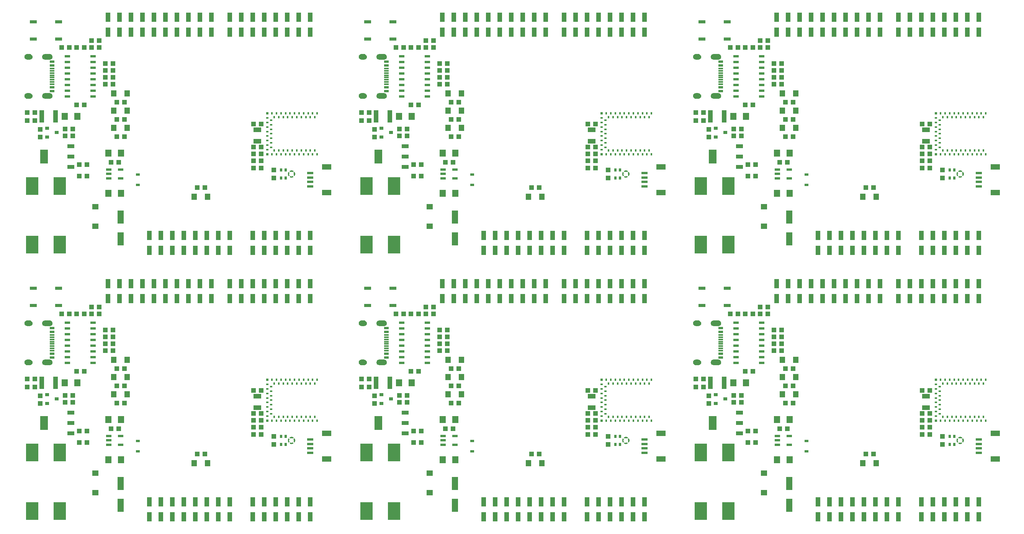
<source format=gtp>
G04 EAGLE Gerber RS-274X export*
G75*
%MOMM*%
%FSLAX34Y34*%
%LPD*%
%INSolderpaste Top*%
%IPPOS*%
%AMOC8*
5,1,8,0,0,1.08239X$1,22.5*%
G01*
%ADD10R,1.100000X1.000000*%
%ADD11R,1.400000X1.600000*%
%ADD12R,1.400000X3.000000*%
%ADD13R,1.000000X1.100000*%
%ADD14R,0.900000X0.800000*%
%ADD15R,1.524000X0.838200*%
%ADD16R,1.778000X3.124200*%
%ADD17R,1.000000X2.000000*%
%ADD18R,1.200000X1.400000*%
%ADD19R,1.470000X1.270000*%
%ADD20R,2.800000X2.400000*%
%ADD21R,2.799081X1.485900*%
%ADD22R,1.200000X0.550000*%
%ADD23R,2.000000X1.200000*%
%ADD24R,1.350000X0.600000*%
%ADD25R,1.016000X0.300000*%
%ADD26R,1.016000X0.600000*%
%ADD27R,1.016000X0.550000*%
%ADD28R,1.200000X0.600000*%
%ADD29R,1.524000X0.762000*%
%ADD30R,1.000000X2.800000*%
%ADD31R,0.830000X0.630000*%
%ADD32R,1.800000X1.000000*%
%ADD33R,0.522000X0.725000*%
%ADD34R,0.200000X0.500000*%
%ADD35R,0.500000X0.200000*%
%ADD36R,0.400000X0.600000*%
%ADD37R,0.600000X0.600000*%
%ADD38R,0.600000X0.400000*%

G36*
X799444Y959134D02*
X799444Y959134D01*
X799447Y959131D01*
X800569Y959286D01*
X800574Y959291D01*
X800578Y959288D01*
X801649Y959659D01*
X801653Y959665D01*
X801658Y959663D01*
X802635Y960236D01*
X802638Y960242D01*
X802643Y960241D01*
X803490Y960994D01*
X803492Y961001D01*
X803497Y961001D01*
X804181Y961904D01*
X804181Y961911D01*
X804186Y961912D01*
X804681Y962931D01*
X804679Y962938D01*
X804684Y962940D01*
X804971Y964037D01*
X804969Y964041D01*
X804971Y964042D01*
X804969Y964044D01*
X804972Y964046D01*
X805039Y965177D01*
X805037Y965181D01*
X805039Y965183D01*
X804972Y966314D01*
X804967Y966319D01*
X804971Y966323D01*
X804684Y967420D01*
X804678Y967424D01*
X804681Y967429D01*
X804186Y968448D01*
X804180Y968451D01*
X804181Y968456D01*
X803497Y969359D01*
X803490Y969361D01*
X803490Y969366D01*
X802643Y970119D01*
X802636Y970119D01*
X802635Y970124D01*
X801658Y970697D01*
X801651Y970696D01*
X801649Y970701D01*
X800578Y971072D01*
X800572Y971069D01*
X800569Y971074D01*
X799447Y971229D01*
X799442Y971226D01*
X799440Y971229D01*
X787440Y971229D01*
X787435Y971226D01*
X787432Y971229D01*
X786165Y971024D01*
X786159Y971018D01*
X786155Y971021D01*
X784965Y970539D01*
X784961Y970532D01*
X784955Y970534D01*
X783902Y969800D01*
X783900Y969792D01*
X783894Y969793D01*
X783031Y968843D01*
X783030Y968834D01*
X783025Y968834D01*
X782395Y967715D01*
X782396Y967707D01*
X782390Y967705D01*
X782025Y966475D01*
X782028Y966467D01*
X782023Y966464D01*
X781941Y965183D01*
X781944Y965179D01*
X781941Y965177D01*
X782023Y963896D01*
X782029Y963890D01*
X782025Y963885D01*
X782390Y962655D01*
X782397Y962650D01*
X782395Y962645D01*
X783025Y961526D01*
X783032Y961523D01*
X783031Y961517D01*
X783894Y960567D01*
X783902Y960566D01*
X783902Y960560D01*
X784955Y959826D01*
X784963Y959826D01*
X784965Y959821D01*
X786155Y959339D01*
X786162Y959341D01*
X786165Y959336D01*
X787432Y959131D01*
X787437Y959134D01*
X787440Y959131D01*
X799440Y959131D01*
X799444Y959134D01*
G37*
G36*
X60304Y959134D02*
X60304Y959134D01*
X60307Y959131D01*
X61429Y959286D01*
X61434Y959291D01*
X61438Y959288D01*
X62509Y959659D01*
X62513Y959665D01*
X62518Y959663D01*
X63495Y960236D01*
X63498Y960242D01*
X63503Y960241D01*
X64350Y960994D01*
X64352Y961001D01*
X64357Y961001D01*
X65041Y961904D01*
X65041Y961911D01*
X65046Y961912D01*
X65541Y962931D01*
X65539Y962938D01*
X65544Y962940D01*
X65831Y964037D01*
X65829Y964041D01*
X65831Y964042D01*
X65829Y964044D01*
X65832Y964046D01*
X65899Y965177D01*
X65897Y965181D01*
X65899Y965183D01*
X65832Y966314D01*
X65827Y966319D01*
X65831Y966323D01*
X65544Y967420D01*
X65538Y967424D01*
X65541Y967429D01*
X65046Y968448D01*
X65040Y968451D01*
X65041Y968456D01*
X64357Y969359D01*
X64350Y969361D01*
X64350Y969366D01*
X63503Y970119D01*
X63496Y970119D01*
X63495Y970124D01*
X62518Y970697D01*
X62511Y970696D01*
X62509Y970701D01*
X61438Y971072D01*
X61432Y971069D01*
X61429Y971074D01*
X60307Y971229D01*
X60302Y971226D01*
X60300Y971229D01*
X48300Y971229D01*
X48295Y971226D01*
X48292Y971229D01*
X47025Y971024D01*
X47019Y971018D01*
X47015Y971021D01*
X45825Y970539D01*
X45821Y970532D01*
X45815Y970534D01*
X44762Y969800D01*
X44760Y969792D01*
X44754Y969793D01*
X43891Y968843D01*
X43890Y968834D01*
X43885Y968834D01*
X43255Y967715D01*
X43256Y967707D01*
X43250Y967705D01*
X42885Y966475D01*
X42888Y966467D01*
X42883Y966464D01*
X42801Y965183D01*
X42804Y965179D01*
X42801Y965177D01*
X42883Y963896D01*
X42889Y963890D01*
X42885Y963885D01*
X43250Y962655D01*
X43257Y962650D01*
X43255Y962645D01*
X43885Y961526D01*
X43892Y961523D01*
X43891Y961517D01*
X44754Y960567D01*
X44762Y960566D01*
X44762Y960560D01*
X45815Y959826D01*
X45823Y959826D01*
X45825Y959821D01*
X47015Y959339D01*
X47022Y959341D01*
X47025Y959336D01*
X48292Y959131D01*
X48297Y959134D01*
X48300Y959131D01*
X60300Y959131D01*
X60304Y959134D01*
G37*
G36*
X1538584Y959134D02*
X1538584Y959134D01*
X1538587Y959131D01*
X1539709Y959286D01*
X1539714Y959291D01*
X1539718Y959288D01*
X1540789Y959659D01*
X1540793Y959665D01*
X1540798Y959663D01*
X1541775Y960236D01*
X1541778Y960242D01*
X1541783Y960241D01*
X1542630Y960994D01*
X1542632Y961001D01*
X1542637Y961001D01*
X1543321Y961904D01*
X1543321Y961911D01*
X1543326Y961912D01*
X1543821Y962931D01*
X1543819Y962938D01*
X1543824Y962940D01*
X1544111Y964037D01*
X1544109Y964041D01*
X1544111Y964042D01*
X1544109Y964044D01*
X1544112Y964046D01*
X1544179Y965177D01*
X1544177Y965181D01*
X1544179Y965183D01*
X1544112Y966314D01*
X1544107Y966319D01*
X1544111Y966323D01*
X1543824Y967420D01*
X1543818Y967424D01*
X1543821Y967429D01*
X1543326Y968448D01*
X1543320Y968451D01*
X1543321Y968456D01*
X1542637Y969359D01*
X1542630Y969361D01*
X1542630Y969366D01*
X1541783Y970119D01*
X1541776Y970119D01*
X1541775Y970124D01*
X1540798Y970697D01*
X1540791Y970696D01*
X1540789Y970701D01*
X1539718Y971072D01*
X1539712Y971069D01*
X1539709Y971074D01*
X1538587Y971229D01*
X1538582Y971226D01*
X1538580Y971229D01*
X1526580Y971229D01*
X1526575Y971226D01*
X1526572Y971229D01*
X1525305Y971024D01*
X1525299Y971018D01*
X1525295Y971021D01*
X1524105Y970539D01*
X1524101Y970532D01*
X1524095Y970534D01*
X1523042Y969800D01*
X1523040Y969792D01*
X1523034Y969793D01*
X1522171Y968843D01*
X1522170Y968834D01*
X1522165Y968834D01*
X1521535Y967715D01*
X1521536Y967707D01*
X1521530Y967705D01*
X1521165Y966475D01*
X1521168Y966467D01*
X1521163Y966464D01*
X1521081Y965183D01*
X1521084Y965179D01*
X1521081Y965177D01*
X1521163Y963896D01*
X1521169Y963890D01*
X1521165Y963885D01*
X1521530Y962655D01*
X1521537Y962650D01*
X1521535Y962645D01*
X1522165Y961526D01*
X1522172Y961523D01*
X1522171Y961517D01*
X1523034Y960567D01*
X1523042Y960566D01*
X1523042Y960560D01*
X1524095Y959826D01*
X1524103Y959826D01*
X1524105Y959821D01*
X1525295Y959339D01*
X1525302Y959341D01*
X1525305Y959336D01*
X1526572Y959131D01*
X1526577Y959134D01*
X1526580Y959131D01*
X1538580Y959131D01*
X1538584Y959134D01*
G37*
G36*
X1538584Y1045534D02*
X1538584Y1045534D01*
X1538587Y1045531D01*
X1539709Y1045686D01*
X1539714Y1045691D01*
X1539718Y1045688D01*
X1540789Y1046059D01*
X1540793Y1046065D01*
X1540798Y1046063D01*
X1541775Y1046636D01*
X1541778Y1046642D01*
X1541783Y1046641D01*
X1542630Y1047394D01*
X1542632Y1047401D01*
X1542637Y1047401D01*
X1543321Y1048304D01*
X1543321Y1048311D01*
X1543326Y1048312D01*
X1543821Y1049331D01*
X1543819Y1049338D01*
X1543824Y1049340D01*
X1544111Y1050437D01*
X1544109Y1050441D01*
X1544111Y1050442D01*
X1544109Y1050444D01*
X1544112Y1050446D01*
X1544179Y1051577D01*
X1544177Y1051581D01*
X1544179Y1051583D01*
X1544112Y1052714D01*
X1544107Y1052719D01*
X1544111Y1052723D01*
X1543824Y1053820D01*
X1543818Y1053824D01*
X1543821Y1053829D01*
X1543326Y1054848D01*
X1543320Y1054851D01*
X1543321Y1054856D01*
X1542637Y1055759D01*
X1542630Y1055761D01*
X1542630Y1055766D01*
X1541783Y1056519D01*
X1541776Y1056519D01*
X1541775Y1056524D01*
X1540798Y1057097D01*
X1540791Y1057096D01*
X1540789Y1057101D01*
X1539718Y1057472D01*
X1539712Y1057469D01*
X1539709Y1057474D01*
X1538587Y1057629D01*
X1538582Y1057626D01*
X1538580Y1057629D01*
X1526580Y1057629D01*
X1526575Y1057626D01*
X1526572Y1057629D01*
X1525305Y1057424D01*
X1525299Y1057418D01*
X1525295Y1057421D01*
X1524105Y1056939D01*
X1524101Y1056932D01*
X1524095Y1056934D01*
X1523042Y1056200D01*
X1523040Y1056192D01*
X1523034Y1056193D01*
X1522171Y1055243D01*
X1522170Y1055234D01*
X1522165Y1055234D01*
X1521535Y1054115D01*
X1521536Y1054107D01*
X1521530Y1054105D01*
X1521165Y1052875D01*
X1521168Y1052867D01*
X1521163Y1052864D01*
X1521081Y1051583D01*
X1521084Y1051579D01*
X1521081Y1051577D01*
X1521163Y1050296D01*
X1521169Y1050290D01*
X1521165Y1050285D01*
X1521530Y1049055D01*
X1521537Y1049050D01*
X1521535Y1049045D01*
X1522165Y1047926D01*
X1522172Y1047923D01*
X1522171Y1047917D01*
X1523034Y1046967D01*
X1523042Y1046966D01*
X1523042Y1046960D01*
X1524095Y1046226D01*
X1524103Y1046226D01*
X1524105Y1046221D01*
X1525295Y1045739D01*
X1525302Y1045741D01*
X1525305Y1045736D01*
X1526572Y1045531D01*
X1526577Y1045534D01*
X1526580Y1045531D01*
X1538580Y1045531D01*
X1538584Y1045534D01*
G37*
G36*
X799444Y1045534D02*
X799444Y1045534D01*
X799447Y1045531D01*
X800569Y1045686D01*
X800574Y1045691D01*
X800578Y1045688D01*
X801649Y1046059D01*
X801653Y1046065D01*
X801658Y1046063D01*
X802635Y1046636D01*
X802638Y1046642D01*
X802643Y1046641D01*
X803490Y1047394D01*
X803492Y1047401D01*
X803497Y1047401D01*
X804181Y1048304D01*
X804181Y1048311D01*
X804186Y1048312D01*
X804681Y1049331D01*
X804679Y1049338D01*
X804684Y1049340D01*
X804971Y1050437D01*
X804969Y1050441D01*
X804971Y1050442D01*
X804969Y1050444D01*
X804972Y1050446D01*
X805039Y1051577D01*
X805037Y1051581D01*
X805039Y1051583D01*
X804972Y1052714D01*
X804967Y1052719D01*
X804971Y1052723D01*
X804684Y1053820D01*
X804678Y1053824D01*
X804681Y1053829D01*
X804186Y1054848D01*
X804180Y1054851D01*
X804181Y1054856D01*
X803497Y1055759D01*
X803490Y1055761D01*
X803490Y1055766D01*
X802643Y1056519D01*
X802636Y1056519D01*
X802635Y1056524D01*
X801658Y1057097D01*
X801651Y1057096D01*
X801649Y1057101D01*
X800578Y1057472D01*
X800572Y1057469D01*
X800569Y1057474D01*
X799447Y1057629D01*
X799442Y1057626D01*
X799440Y1057629D01*
X787440Y1057629D01*
X787435Y1057626D01*
X787432Y1057629D01*
X786165Y1057424D01*
X786159Y1057418D01*
X786155Y1057421D01*
X784965Y1056939D01*
X784961Y1056932D01*
X784955Y1056934D01*
X783902Y1056200D01*
X783900Y1056192D01*
X783894Y1056193D01*
X783031Y1055243D01*
X783030Y1055234D01*
X783025Y1055234D01*
X782395Y1054115D01*
X782396Y1054107D01*
X782390Y1054105D01*
X782025Y1052875D01*
X782028Y1052867D01*
X782023Y1052864D01*
X781941Y1051583D01*
X781944Y1051579D01*
X781941Y1051577D01*
X782023Y1050296D01*
X782029Y1050290D01*
X782025Y1050285D01*
X782390Y1049055D01*
X782397Y1049050D01*
X782395Y1049045D01*
X783025Y1047926D01*
X783032Y1047923D01*
X783031Y1047917D01*
X783894Y1046967D01*
X783902Y1046966D01*
X783902Y1046960D01*
X784955Y1046226D01*
X784963Y1046226D01*
X784965Y1046221D01*
X786155Y1045739D01*
X786162Y1045741D01*
X786165Y1045736D01*
X787432Y1045531D01*
X787437Y1045534D01*
X787440Y1045531D01*
X799440Y1045531D01*
X799444Y1045534D01*
G37*
G36*
X60304Y1045534D02*
X60304Y1045534D01*
X60307Y1045531D01*
X61429Y1045686D01*
X61434Y1045691D01*
X61438Y1045688D01*
X62509Y1046059D01*
X62513Y1046065D01*
X62518Y1046063D01*
X63495Y1046636D01*
X63498Y1046642D01*
X63503Y1046641D01*
X64350Y1047394D01*
X64352Y1047401D01*
X64357Y1047401D01*
X65041Y1048304D01*
X65041Y1048311D01*
X65046Y1048312D01*
X65541Y1049331D01*
X65539Y1049338D01*
X65544Y1049340D01*
X65831Y1050437D01*
X65829Y1050441D01*
X65831Y1050442D01*
X65829Y1050444D01*
X65832Y1050446D01*
X65899Y1051577D01*
X65897Y1051581D01*
X65899Y1051583D01*
X65832Y1052714D01*
X65827Y1052719D01*
X65831Y1052723D01*
X65544Y1053820D01*
X65538Y1053824D01*
X65541Y1053829D01*
X65046Y1054848D01*
X65040Y1054851D01*
X65041Y1054856D01*
X64357Y1055759D01*
X64350Y1055761D01*
X64350Y1055766D01*
X63503Y1056519D01*
X63496Y1056519D01*
X63495Y1056524D01*
X62518Y1057097D01*
X62511Y1057096D01*
X62509Y1057101D01*
X61438Y1057472D01*
X61432Y1057469D01*
X61429Y1057474D01*
X60307Y1057629D01*
X60302Y1057626D01*
X60300Y1057629D01*
X48300Y1057629D01*
X48295Y1057626D01*
X48292Y1057629D01*
X47025Y1057424D01*
X47019Y1057418D01*
X47015Y1057421D01*
X45825Y1056939D01*
X45821Y1056932D01*
X45815Y1056934D01*
X44762Y1056200D01*
X44760Y1056192D01*
X44754Y1056193D01*
X43891Y1055243D01*
X43890Y1055234D01*
X43885Y1055234D01*
X43255Y1054115D01*
X43256Y1054107D01*
X43250Y1054105D01*
X42885Y1052875D01*
X42888Y1052867D01*
X42883Y1052864D01*
X42801Y1051583D01*
X42804Y1051579D01*
X42801Y1051577D01*
X42883Y1050296D01*
X42889Y1050290D01*
X42885Y1050285D01*
X43250Y1049055D01*
X43257Y1049050D01*
X43255Y1049045D01*
X43885Y1047926D01*
X43892Y1047923D01*
X43891Y1047917D01*
X44754Y1046967D01*
X44762Y1046966D01*
X44762Y1046960D01*
X45815Y1046226D01*
X45823Y1046226D01*
X45825Y1046221D01*
X47015Y1045739D01*
X47022Y1045741D01*
X47025Y1045736D01*
X48292Y1045531D01*
X48297Y1045534D01*
X48300Y1045531D01*
X60300Y1045531D01*
X60304Y1045534D01*
G37*
G36*
X60304Y369854D02*
X60304Y369854D01*
X60307Y369851D01*
X61429Y370006D01*
X61434Y370011D01*
X61438Y370008D01*
X62509Y370379D01*
X62513Y370385D01*
X62518Y370383D01*
X63495Y370956D01*
X63498Y370962D01*
X63503Y370961D01*
X64350Y371714D01*
X64352Y371721D01*
X64357Y371721D01*
X65041Y372624D01*
X65041Y372631D01*
X65046Y372632D01*
X65541Y373651D01*
X65539Y373658D01*
X65544Y373660D01*
X65831Y374757D01*
X65829Y374761D01*
X65831Y374762D01*
X65829Y374764D01*
X65832Y374766D01*
X65899Y375897D01*
X65897Y375901D01*
X65899Y375903D01*
X65832Y377034D01*
X65827Y377039D01*
X65831Y377043D01*
X65544Y378140D01*
X65538Y378144D01*
X65541Y378149D01*
X65046Y379168D01*
X65040Y379171D01*
X65041Y379176D01*
X64357Y380079D01*
X64350Y380081D01*
X64350Y380086D01*
X63503Y380839D01*
X63496Y380839D01*
X63495Y380844D01*
X62518Y381417D01*
X62511Y381416D01*
X62509Y381421D01*
X61438Y381792D01*
X61432Y381789D01*
X61429Y381794D01*
X60307Y381949D01*
X60302Y381946D01*
X60300Y381949D01*
X48300Y381949D01*
X48295Y381946D01*
X48292Y381949D01*
X47025Y381744D01*
X47019Y381738D01*
X47015Y381741D01*
X45825Y381259D01*
X45821Y381252D01*
X45815Y381254D01*
X44762Y380520D01*
X44760Y380512D01*
X44754Y380513D01*
X43891Y379563D01*
X43890Y379554D01*
X43885Y379554D01*
X43255Y378435D01*
X43256Y378427D01*
X43250Y378425D01*
X42885Y377195D01*
X42888Y377187D01*
X42883Y377184D01*
X42801Y375903D01*
X42804Y375899D01*
X42801Y375897D01*
X42883Y374616D01*
X42889Y374610D01*
X42885Y374605D01*
X43250Y373375D01*
X43257Y373370D01*
X43255Y373365D01*
X43885Y372246D01*
X43892Y372243D01*
X43891Y372237D01*
X44754Y371287D01*
X44762Y371286D01*
X44762Y371280D01*
X45815Y370546D01*
X45823Y370546D01*
X45825Y370541D01*
X47015Y370059D01*
X47022Y370061D01*
X47025Y370056D01*
X48292Y369851D01*
X48297Y369854D01*
X48300Y369851D01*
X60300Y369851D01*
X60304Y369854D01*
G37*
G36*
X60304Y456254D02*
X60304Y456254D01*
X60307Y456251D01*
X61429Y456406D01*
X61434Y456411D01*
X61438Y456408D01*
X62509Y456779D01*
X62513Y456785D01*
X62518Y456783D01*
X63495Y457356D01*
X63498Y457362D01*
X63503Y457361D01*
X64350Y458114D01*
X64352Y458121D01*
X64357Y458121D01*
X65041Y459024D01*
X65041Y459031D01*
X65046Y459032D01*
X65541Y460051D01*
X65539Y460058D01*
X65544Y460060D01*
X65831Y461157D01*
X65829Y461161D01*
X65831Y461162D01*
X65829Y461164D01*
X65832Y461166D01*
X65899Y462297D01*
X65897Y462301D01*
X65899Y462303D01*
X65832Y463434D01*
X65827Y463439D01*
X65831Y463443D01*
X65544Y464540D01*
X65538Y464544D01*
X65541Y464549D01*
X65046Y465568D01*
X65040Y465571D01*
X65041Y465576D01*
X64357Y466479D01*
X64350Y466481D01*
X64350Y466486D01*
X63503Y467239D01*
X63496Y467239D01*
X63495Y467244D01*
X62518Y467817D01*
X62511Y467816D01*
X62509Y467821D01*
X61438Y468192D01*
X61432Y468189D01*
X61429Y468194D01*
X60307Y468349D01*
X60302Y468346D01*
X60300Y468349D01*
X48300Y468349D01*
X48295Y468346D01*
X48292Y468349D01*
X47025Y468144D01*
X47019Y468138D01*
X47015Y468141D01*
X45825Y467659D01*
X45821Y467652D01*
X45815Y467654D01*
X44762Y466920D01*
X44760Y466912D01*
X44754Y466913D01*
X43891Y465963D01*
X43890Y465954D01*
X43885Y465954D01*
X43255Y464835D01*
X43256Y464827D01*
X43250Y464825D01*
X42885Y463595D01*
X42888Y463587D01*
X42883Y463584D01*
X42801Y462303D01*
X42804Y462299D01*
X42801Y462297D01*
X42883Y461016D01*
X42889Y461010D01*
X42885Y461005D01*
X43250Y459775D01*
X43257Y459770D01*
X43255Y459765D01*
X43885Y458646D01*
X43892Y458643D01*
X43891Y458637D01*
X44754Y457687D01*
X44762Y457686D01*
X44762Y457680D01*
X45815Y456946D01*
X45823Y456946D01*
X45825Y456941D01*
X47015Y456459D01*
X47022Y456461D01*
X47025Y456456D01*
X48292Y456251D01*
X48297Y456254D01*
X48300Y456251D01*
X60300Y456251D01*
X60304Y456254D01*
G37*
G36*
X1538584Y456254D02*
X1538584Y456254D01*
X1538587Y456251D01*
X1539709Y456406D01*
X1539714Y456411D01*
X1539718Y456408D01*
X1540789Y456779D01*
X1540793Y456785D01*
X1540798Y456783D01*
X1541775Y457356D01*
X1541778Y457362D01*
X1541783Y457361D01*
X1542630Y458114D01*
X1542632Y458121D01*
X1542637Y458121D01*
X1543321Y459024D01*
X1543321Y459031D01*
X1543326Y459032D01*
X1543821Y460051D01*
X1543819Y460058D01*
X1543824Y460060D01*
X1544111Y461157D01*
X1544109Y461161D01*
X1544111Y461162D01*
X1544109Y461164D01*
X1544112Y461166D01*
X1544179Y462297D01*
X1544177Y462301D01*
X1544179Y462303D01*
X1544112Y463434D01*
X1544107Y463439D01*
X1544111Y463443D01*
X1543824Y464540D01*
X1543818Y464544D01*
X1543821Y464549D01*
X1543326Y465568D01*
X1543320Y465571D01*
X1543321Y465576D01*
X1542637Y466479D01*
X1542630Y466481D01*
X1542630Y466486D01*
X1541783Y467239D01*
X1541776Y467239D01*
X1541775Y467244D01*
X1540798Y467817D01*
X1540791Y467816D01*
X1540789Y467821D01*
X1539718Y468192D01*
X1539712Y468189D01*
X1539709Y468194D01*
X1538587Y468349D01*
X1538582Y468346D01*
X1538580Y468349D01*
X1526580Y468349D01*
X1526575Y468346D01*
X1526572Y468349D01*
X1525305Y468144D01*
X1525299Y468138D01*
X1525295Y468141D01*
X1524105Y467659D01*
X1524101Y467652D01*
X1524095Y467654D01*
X1523042Y466920D01*
X1523040Y466912D01*
X1523034Y466913D01*
X1522171Y465963D01*
X1522170Y465954D01*
X1522165Y465954D01*
X1521535Y464835D01*
X1521536Y464827D01*
X1521530Y464825D01*
X1521165Y463595D01*
X1521168Y463587D01*
X1521163Y463584D01*
X1521081Y462303D01*
X1521084Y462299D01*
X1521081Y462297D01*
X1521163Y461016D01*
X1521169Y461010D01*
X1521165Y461005D01*
X1521530Y459775D01*
X1521537Y459770D01*
X1521535Y459765D01*
X1522165Y458646D01*
X1522172Y458643D01*
X1522171Y458637D01*
X1523034Y457687D01*
X1523042Y457686D01*
X1523042Y457680D01*
X1524095Y456946D01*
X1524103Y456946D01*
X1524105Y456941D01*
X1525295Y456459D01*
X1525302Y456461D01*
X1525305Y456456D01*
X1526572Y456251D01*
X1526577Y456254D01*
X1526580Y456251D01*
X1538580Y456251D01*
X1538584Y456254D01*
G37*
G36*
X799444Y456254D02*
X799444Y456254D01*
X799447Y456251D01*
X800569Y456406D01*
X800574Y456411D01*
X800578Y456408D01*
X801649Y456779D01*
X801653Y456785D01*
X801658Y456783D01*
X802635Y457356D01*
X802638Y457362D01*
X802643Y457361D01*
X803490Y458114D01*
X803492Y458121D01*
X803497Y458121D01*
X804181Y459024D01*
X804181Y459031D01*
X804186Y459032D01*
X804681Y460051D01*
X804679Y460058D01*
X804684Y460060D01*
X804971Y461157D01*
X804969Y461161D01*
X804971Y461162D01*
X804969Y461164D01*
X804972Y461166D01*
X805039Y462297D01*
X805037Y462301D01*
X805039Y462303D01*
X804972Y463434D01*
X804967Y463439D01*
X804971Y463443D01*
X804684Y464540D01*
X804678Y464544D01*
X804681Y464549D01*
X804186Y465568D01*
X804180Y465571D01*
X804181Y465576D01*
X803497Y466479D01*
X803490Y466481D01*
X803490Y466486D01*
X802643Y467239D01*
X802636Y467239D01*
X802635Y467244D01*
X801658Y467817D01*
X801651Y467816D01*
X801649Y467821D01*
X800578Y468192D01*
X800572Y468189D01*
X800569Y468194D01*
X799447Y468349D01*
X799442Y468346D01*
X799440Y468349D01*
X787440Y468349D01*
X787435Y468346D01*
X787432Y468349D01*
X786165Y468144D01*
X786159Y468138D01*
X786155Y468141D01*
X784965Y467659D01*
X784961Y467652D01*
X784955Y467654D01*
X783902Y466920D01*
X783900Y466912D01*
X783894Y466913D01*
X783031Y465963D01*
X783030Y465954D01*
X783025Y465954D01*
X782395Y464835D01*
X782396Y464827D01*
X782390Y464825D01*
X782025Y463595D01*
X782028Y463587D01*
X782023Y463584D01*
X781941Y462303D01*
X781944Y462299D01*
X781941Y462297D01*
X782023Y461016D01*
X782029Y461010D01*
X782025Y461005D01*
X782390Y459775D01*
X782397Y459770D01*
X782395Y459765D01*
X783025Y458646D01*
X783032Y458643D01*
X783031Y458637D01*
X783894Y457687D01*
X783902Y457686D01*
X783902Y457680D01*
X784955Y456946D01*
X784963Y456946D01*
X784965Y456941D01*
X786155Y456459D01*
X786162Y456461D01*
X786165Y456456D01*
X787432Y456251D01*
X787437Y456254D01*
X787440Y456251D01*
X799440Y456251D01*
X799444Y456254D01*
G37*
G36*
X799444Y369854D02*
X799444Y369854D01*
X799447Y369851D01*
X800569Y370006D01*
X800574Y370011D01*
X800578Y370008D01*
X801649Y370379D01*
X801653Y370385D01*
X801658Y370383D01*
X802635Y370956D01*
X802638Y370962D01*
X802643Y370961D01*
X803490Y371714D01*
X803492Y371721D01*
X803497Y371721D01*
X804181Y372624D01*
X804181Y372631D01*
X804186Y372632D01*
X804681Y373651D01*
X804679Y373658D01*
X804684Y373660D01*
X804971Y374757D01*
X804969Y374761D01*
X804971Y374762D01*
X804969Y374764D01*
X804972Y374766D01*
X805039Y375897D01*
X805037Y375901D01*
X805039Y375903D01*
X804972Y377034D01*
X804967Y377039D01*
X804971Y377043D01*
X804684Y378140D01*
X804678Y378144D01*
X804681Y378149D01*
X804186Y379168D01*
X804180Y379171D01*
X804181Y379176D01*
X803497Y380079D01*
X803490Y380081D01*
X803490Y380086D01*
X802643Y380839D01*
X802636Y380839D01*
X802635Y380844D01*
X801658Y381417D01*
X801651Y381416D01*
X801649Y381421D01*
X800578Y381792D01*
X800572Y381789D01*
X800569Y381794D01*
X799447Y381949D01*
X799442Y381946D01*
X799440Y381949D01*
X787440Y381949D01*
X787435Y381946D01*
X787432Y381949D01*
X786165Y381744D01*
X786159Y381738D01*
X786155Y381741D01*
X784965Y381259D01*
X784961Y381252D01*
X784955Y381254D01*
X783902Y380520D01*
X783900Y380512D01*
X783894Y380513D01*
X783031Y379563D01*
X783030Y379554D01*
X783025Y379554D01*
X782395Y378435D01*
X782396Y378427D01*
X782390Y378425D01*
X782025Y377195D01*
X782028Y377187D01*
X782023Y377184D01*
X781941Y375903D01*
X781944Y375899D01*
X781941Y375897D01*
X782023Y374616D01*
X782029Y374610D01*
X782025Y374605D01*
X782390Y373375D01*
X782397Y373370D01*
X782395Y373365D01*
X783025Y372246D01*
X783032Y372243D01*
X783031Y372237D01*
X783894Y371287D01*
X783902Y371286D01*
X783902Y371280D01*
X784955Y370546D01*
X784963Y370546D01*
X784965Y370541D01*
X786155Y370059D01*
X786162Y370061D01*
X786165Y370056D01*
X787432Y369851D01*
X787437Y369854D01*
X787440Y369851D01*
X799440Y369851D01*
X799444Y369854D01*
G37*
G36*
X1538584Y369854D02*
X1538584Y369854D01*
X1538587Y369851D01*
X1539709Y370006D01*
X1539714Y370011D01*
X1539718Y370008D01*
X1540789Y370379D01*
X1540793Y370385D01*
X1540798Y370383D01*
X1541775Y370956D01*
X1541778Y370962D01*
X1541783Y370961D01*
X1542630Y371714D01*
X1542632Y371721D01*
X1542637Y371721D01*
X1543321Y372624D01*
X1543321Y372631D01*
X1543326Y372632D01*
X1543821Y373651D01*
X1543819Y373658D01*
X1543824Y373660D01*
X1544111Y374757D01*
X1544109Y374761D01*
X1544111Y374762D01*
X1544109Y374764D01*
X1544112Y374766D01*
X1544179Y375897D01*
X1544177Y375901D01*
X1544179Y375903D01*
X1544112Y377034D01*
X1544107Y377039D01*
X1544111Y377043D01*
X1543824Y378140D01*
X1543818Y378144D01*
X1543821Y378149D01*
X1543326Y379168D01*
X1543320Y379171D01*
X1543321Y379176D01*
X1542637Y380079D01*
X1542630Y380081D01*
X1542630Y380086D01*
X1541783Y380839D01*
X1541776Y380839D01*
X1541775Y380844D01*
X1540798Y381417D01*
X1540791Y381416D01*
X1540789Y381421D01*
X1539718Y381792D01*
X1539712Y381789D01*
X1539709Y381794D01*
X1538587Y381949D01*
X1538582Y381946D01*
X1538580Y381949D01*
X1526580Y381949D01*
X1526575Y381946D01*
X1526572Y381949D01*
X1525305Y381744D01*
X1525299Y381738D01*
X1525295Y381741D01*
X1524105Y381259D01*
X1524101Y381252D01*
X1524095Y381254D01*
X1523042Y380520D01*
X1523040Y380512D01*
X1523034Y380513D01*
X1522171Y379563D01*
X1522170Y379554D01*
X1522165Y379554D01*
X1521535Y378435D01*
X1521536Y378427D01*
X1521530Y378425D01*
X1521165Y377195D01*
X1521168Y377187D01*
X1521163Y377184D01*
X1521081Y375903D01*
X1521084Y375899D01*
X1521081Y375897D01*
X1521163Y374616D01*
X1521169Y374610D01*
X1521165Y374605D01*
X1521530Y373375D01*
X1521537Y373370D01*
X1521535Y373365D01*
X1522165Y372246D01*
X1522172Y372243D01*
X1522171Y372237D01*
X1523034Y371287D01*
X1523042Y371286D01*
X1523042Y371280D01*
X1524095Y370546D01*
X1524103Y370546D01*
X1524105Y370541D01*
X1525295Y370059D01*
X1525302Y370061D01*
X1525305Y370056D01*
X1526572Y369851D01*
X1526577Y369854D01*
X1526580Y369851D01*
X1538580Y369851D01*
X1538584Y369854D01*
G37*
G36*
X15503Y959133D02*
X15503Y959133D01*
X15505Y959131D01*
X16681Y959242D01*
X16686Y959247D01*
X16690Y959244D01*
X17822Y959582D01*
X17826Y959588D01*
X17831Y959586D01*
X18875Y960138D01*
X18878Y960145D01*
X18883Y960143D01*
X19799Y960889D01*
X19800Y960896D01*
X19806Y960896D01*
X20559Y961806D01*
X20559Y961813D01*
X20564Y961814D01*
X21125Y962853D01*
X21124Y962858D01*
X21128Y962860D01*
X21127Y962861D01*
X21129Y962862D01*
X21476Y963991D01*
X21476Y963992D01*
X21477Y963993D01*
X21474Y963997D01*
X21478Y964000D01*
X21599Y965175D01*
X21595Y965182D01*
X21599Y965186D01*
X21442Y966526D01*
X21437Y966532D01*
X21440Y966537D01*
X20989Y967808D01*
X20982Y967813D01*
X20984Y967818D01*
X20262Y968957D01*
X20254Y968960D01*
X20255Y968966D01*
X19297Y969916D01*
X19289Y969917D01*
X19288Y969923D01*
X18143Y970636D01*
X18135Y970635D01*
X18133Y970641D01*
X16857Y971081D01*
X16850Y971079D01*
X16847Y971083D01*
X15505Y971229D01*
X15502Y971227D01*
X15500Y971229D01*
X9500Y971229D01*
X9497Y971227D01*
X9494Y971229D01*
X8165Y971074D01*
X8159Y971068D01*
X8155Y971071D01*
X6894Y970624D01*
X6889Y970617D01*
X6884Y970619D01*
X5754Y969902D01*
X5751Y969895D01*
X5745Y969896D01*
X4803Y968946D01*
X4802Y968937D01*
X4796Y968937D01*
X4089Y967801D01*
X4090Y967793D01*
X4084Y967791D01*
X3648Y966526D01*
X3650Y966518D01*
X3645Y966516D01*
X3501Y965185D01*
X3505Y965179D01*
X3501Y965175D01*
X3611Y964009D01*
X3616Y964004D01*
X3613Y964000D01*
X3948Y962877D01*
X3954Y962873D01*
X3952Y962869D01*
X4500Y961833D01*
X4506Y961830D01*
X4505Y961825D01*
X5244Y960917D01*
X5251Y960915D01*
X5251Y960910D01*
X6153Y960163D01*
X6161Y960163D01*
X6161Y960158D01*
X7192Y959601D01*
X7199Y959602D01*
X7201Y959597D01*
X8320Y959253D01*
X8327Y959255D01*
X8330Y959251D01*
X9495Y959131D01*
X9498Y959133D01*
X9500Y959131D01*
X15500Y959131D01*
X15503Y959133D01*
G37*
G36*
X1493783Y959133D02*
X1493783Y959133D01*
X1493785Y959131D01*
X1494961Y959242D01*
X1494966Y959247D01*
X1494970Y959244D01*
X1496102Y959582D01*
X1496106Y959588D01*
X1496111Y959586D01*
X1497155Y960138D01*
X1497158Y960145D01*
X1497163Y960143D01*
X1498079Y960889D01*
X1498080Y960896D01*
X1498086Y960896D01*
X1498839Y961806D01*
X1498839Y961813D01*
X1498844Y961814D01*
X1499405Y962853D01*
X1499404Y962858D01*
X1499408Y962860D01*
X1499407Y962861D01*
X1499409Y962862D01*
X1499756Y963991D01*
X1499756Y963992D01*
X1499757Y963993D01*
X1499754Y963997D01*
X1499758Y964000D01*
X1499879Y965175D01*
X1499875Y965182D01*
X1499879Y965186D01*
X1499722Y966526D01*
X1499717Y966532D01*
X1499720Y966537D01*
X1499269Y967808D01*
X1499262Y967813D01*
X1499264Y967818D01*
X1498542Y968957D01*
X1498534Y968960D01*
X1498535Y968966D01*
X1497577Y969916D01*
X1497569Y969917D01*
X1497568Y969923D01*
X1496423Y970636D01*
X1496415Y970635D01*
X1496413Y970641D01*
X1495137Y971081D01*
X1495130Y971079D01*
X1495127Y971083D01*
X1493785Y971229D01*
X1493782Y971227D01*
X1493780Y971229D01*
X1487780Y971229D01*
X1487777Y971227D01*
X1487774Y971229D01*
X1486445Y971074D01*
X1486439Y971068D01*
X1486435Y971071D01*
X1485174Y970624D01*
X1485169Y970617D01*
X1485164Y970619D01*
X1484034Y969902D01*
X1484031Y969895D01*
X1484025Y969896D01*
X1483083Y968946D01*
X1483082Y968937D01*
X1483076Y968937D01*
X1482369Y967801D01*
X1482370Y967793D01*
X1482364Y967791D01*
X1481928Y966526D01*
X1481930Y966518D01*
X1481925Y966516D01*
X1481781Y965185D01*
X1481785Y965179D01*
X1481781Y965175D01*
X1481891Y964009D01*
X1481896Y964004D01*
X1481893Y964000D01*
X1482228Y962877D01*
X1482234Y962873D01*
X1482232Y962869D01*
X1482780Y961833D01*
X1482786Y961830D01*
X1482785Y961825D01*
X1483524Y960917D01*
X1483531Y960915D01*
X1483531Y960910D01*
X1484433Y960163D01*
X1484441Y960163D01*
X1484441Y960158D01*
X1485472Y959601D01*
X1485479Y959602D01*
X1485481Y959597D01*
X1486600Y959253D01*
X1486607Y959255D01*
X1486610Y959251D01*
X1487775Y959131D01*
X1487778Y959133D01*
X1487780Y959131D01*
X1493780Y959131D01*
X1493783Y959133D01*
G37*
G36*
X754643Y959133D02*
X754643Y959133D01*
X754645Y959131D01*
X755821Y959242D01*
X755826Y959247D01*
X755830Y959244D01*
X756962Y959582D01*
X756966Y959588D01*
X756971Y959586D01*
X758015Y960138D01*
X758018Y960145D01*
X758023Y960143D01*
X758939Y960889D01*
X758940Y960896D01*
X758946Y960896D01*
X759699Y961806D01*
X759699Y961813D01*
X759704Y961814D01*
X760265Y962853D01*
X760264Y962858D01*
X760268Y962860D01*
X760267Y962861D01*
X760269Y962862D01*
X760616Y963991D01*
X760616Y963992D01*
X760617Y963993D01*
X760614Y963997D01*
X760618Y964000D01*
X760739Y965175D01*
X760735Y965182D01*
X760739Y965186D01*
X760582Y966526D01*
X760577Y966532D01*
X760580Y966537D01*
X760129Y967808D01*
X760122Y967813D01*
X760124Y967818D01*
X759402Y968957D01*
X759394Y968960D01*
X759395Y968966D01*
X758437Y969916D01*
X758429Y969917D01*
X758428Y969923D01*
X757283Y970636D01*
X757275Y970635D01*
X757273Y970641D01*
X755997Y971081D01*
X755990Y971079D01*
X755987Y971083D01*
X754645Y971229D01*
X754642Y971227D01*
X754640Y971229D01*
X748640Y971229D01*
X748637Y971227D01*
X748634Y971229D01*
X747305Y971074D01*
X747299Y971068D01*
X747295Y971071D01*
X746034Y970624D01*
X746029Y970617D01*
X746024Y970619D01*
X744894Y969902D01*
X744891Y969895D01*
X744885Y969896D01*
X743943Y968946D01*
X743942Y968937D01*
X743936Y968937D01*
X743229Y967801D01*
X743230Y967793D01*
X743224Y967791D01*
X742788Y966526D01*
X742790Y966518D01*
X742785Y966516D01*
X742641Y965185D01*
X742645Y965179D01*
X742641Y965175D01*
X742751Y964009D01*
X742756Y964004D01*
X742753Y964000D01*
X743088Y962877D01*
X743094Y962873D01*
X743092Y962869D01*
X743640Y961833D01*
X743646Y961830D01*
X743645Y961825D01*
X744384Y960917D01*
X744391Y960915D01*
X744391Y960910D01*
X745293Y960163D01*
X745301Y960163D01*
X745301Y960158D01*
X746332Y959601D01*
X746339Y959602D01*
X746341Y959597D01*
X747460Y959253D01*
X747467Y959255D01*
X747470Y959251D01*
X748635Y959131D01*
X748638Y959133D01*
X748640Y959131D01*
X754640Y959131D01*
X754643Y959133D01*
G37*
G36*
X754643Y1045533D02*
X754643Y1045533D01*
X754645Y1045531D01*
X755821Y1045642D01*
X755826Y1045647D01*
X755830Y1045644D01*
X756962Y1045982D01*
X756966Y1045988D01*
X756971Y1045986D01*
X758015Y1046538D01*
X758018Y1046545D01*
X758023Y1046543D01*
X758939Y1047289D01*
X758940Y1047296D01*
X758946Y1047296D01*
X759699Y1048206D01*
X759699Y1048213D01*
X759704Y1048214D01*
X760265Y1049253D01*
X760264Y1049258D01*
X760268Y1049260D01*
X760267Y1049261D01*
X760269Y1049262D01*
X760616Y1050391D01*
X760616Y1050392D01*
X760617Y1050393D01*
X760614Y1050397D01*
X760618Y1050400D01*
X760739Y1051575D01*
X760735Y1051582D01*
X760739Y1051586D01*
X760582Y1052926D01*
X760577Y1052932D01*
X760580Y1052937D01*
X760129Y1054208D01*
X760122Y1054213D01*
X760124Y1054218D01*
X759402Y1055357D01*
X759394Y1055360D01*
X759395Y1055366D01*
X758437Y1056316D01*
X758429Y1056317D01*
X758428Y1056323D01*
X757283Y1057036D01*
X757275Y1057035D01*
X757273Y1057041D01*
X755997Y1057481D01*
X755990Y1057479D01*
X755987Y1057483D01*
X754645Y1057629D01*
X754642Y1057627D01*
X754640Y1057629D01*
X748640Y1057629D01*
X748637Y1057627D01*
X748634Y1057629D01*
X747305Y1057474D01*
X747299Y1057468D01*
X747295Y1057471D01*
X746034Y1057024D01*
X746029Y1057017D01*
X746024Y1057019D01*
X744894Y1056302D01*
X744891Y1056295D01*
X744885Y1056296D01*
X743943Y1055346D01*
X743942Y1055337D01*
X743936Y1055337D01*
X743229Y1054201D01*
X743230Y1054193D01*
X743224Y1054191D01*
X742788Y1052926D01*
X742790Y1052918D01*
X742785Y1052916D01*
X742641Y1051585D01*
X742645Y1051579D01*
X742641Y1051575D01*
X742751Y1050409D01*
X742756Y1050404D01*
X742753Y1050400D01*
X743088Y1049277D01*
X743094Y1049273D01*
X743092Y1049269D01*
X743640Y1048233D01*
X743646Y1048230D01*
X743645Y1048225D01*
X744384Y1047317D01*
X744391Y1047315D01*
X744391Y1047310D01*
X745293Y1046563D01*
X745301Y1046563D01*
X745301Y1046558D01*
X746332Y1046001D01*
X746339Y1046002D01*
X746341Y1045997D01*
X747460Y1045653D01*
X747467Y1045655D01*
X747470Y1045651D01*
X748635Y1045531D01*
X748638Y1045533D01*
X748640Y1045531D01*
X754640Y1045531D01*
X754643Y1045533D01*
G37*
G36*
X1493783Y1045533D02*
X1493783Y1045533D01*
X1493785Y1045531D01*
X1494961Y1045642D01*
X1494966Y1045647D01*
X1494970Y1045644D01*
X1496102Y1045982D01*
X1496106Y1045988D01*
X1496111Y1045986D01*
X1497155Y1046538D01*
X1497158Y1046545D01*
X1497163Y1046543D01*
X1498079Y1047289D01*
X1498080Y1047296D01*
X1498086Y1047296D01*
X1498839Y1048206D01*
X1498839Y1048213D01*
X1498844Y1048214D01*
X1499405Y1049253D01*
X1499404Y1049258D01*
X1499408Y1049260D01*
X1499407Y1049261D01*
X1499409Y1049262D01*
X1499756Y1050391D01*
X1499756Y1050392D01*
X1499757Y1050393D01*
X1499754Y1050397D01*
X1499758Y1050400D01*
X1499879Y1051575D01*
X1499875Y1051582D01*
X1499879Y1051586D01*
X1499722Y1052926D01*
X1499717Y1052932D01*
X1499720Y1052937D01*
X1499269Y1054208D01*
X1499262Y1054213D01*
X1499264Y1054218D01*
X1498542Y1055357D01*
X1498534Y1055360D01*
X1498535Y1055366D01*
X1497577Y1056316D01*
X1497569Y1056317D01*
X1497568Y1056323D01*
X1496423Y1057036D01*
X1496415Y1057035D01*
X1496413Y1057041D01*
X1495137Y1057481D01*
X1495130Y1057479D01*
X1495127Y1057483D01*
X1493785Y1057629D01*
X1493782Y1057627D01*
X1493780Y1057629D01*
X1487780Y1057629D01*
X1487777Y1057627D01*
X1487774Y1057629D01*
X1486445Y1057474D01*
X1486439Y1057468D01*
X1486435Y1057471D01*
X1485174Y1057024D01*
X1485169Y1057017D01*
X1485164Y1057019D01*
X1484034Y1056302D01*
X1484031Y1056295D01*
X1484025Y1056296D01*
X1483083Y1055346D01*
X1483082Y1055337D01*
X1483076Y1055337D01*
X1482369Y1054201D01*
X1482370Y1054193D01*
X1482364Y1054191D01*
X1481928Y1052926D01*
X1481930Y1052918D01*
X1481925Y1052916D01*
X1481781Y1051585D01*
X1481785Y1051579D01*
X1481781Y1051575D01*
X1481891Y1050409D01*
X1481896Y1050404D01*
X1481893Y1050400D01*
X1482228Y1049277D01*
X1482234Y1049273D01*
X1482232Y1049269D01*
X1482780Y1048233D01*
X1482786Y1048230D01*
X1482785Y1048225D01*
X1483524Y1047317D01*
X1483531Y1047315D01*
X1483531Y1047310D01*
X1484433Y1046563D01*
X1484441Y1046563D01*
X1484441Y1046558D01*
X1485472Y1046001D01*
X1485479Y1046002D01*
X1485481Y1045997D01*
X1486600Y1045653D01*
X1486607Y1045655D01*
X1486610Y1045651D01*
X1487775Y1045531D01*
X1487778Y1045533D01*
X1487780Y1045531D01*
X1493780Y1045531D01*
X1493783Y1045533D01*
G37*
G36*
X15503Y1045533D02*
X15503Y1045533D01*
X15505Y1045531D01*
X16681Y1045642D01*
X16686Y1045647D01*
X16690Y1045644D01*
X17822Y1045982D01*
X17826Y1045988D01*
X17831Y1045986D01*
X18875Y1046538D01*
X18878Y1046545D01*
X18883Y1046543D01*
X19799Y1047289D01*
X19800Y1047296D01*
X19806Y1047296D01*
X20559Y1048206D01*
X20559Y1048213D01*
X20564Y1048214D01*
X21125Y1049253D01*
X21124Y1049258D01*
X21128Y1049260D01*
X21127Y1049261D01*
X21129Y1049262D01*
X21476Y1050391D01*
X21476Y1050392D01*
X21477Y1050393D01*
X21474Y1050397D01*
X21478Y1050400D01*
X21599Y1051575D01*
X21595Y1051582D01*
X21599Y1051586D01*
X21442Y1052926D01*
X21437Y1052932D01*
X21440Y1052937D01*
X20989Y1054208D01*
X20982Y1054213D01*
X20984Y1054218D01*
X20262Y1055357D01*
X20254Y1055360D01*
X20255Y1055366D01*
X19297Y1056316D01*
X19289Y1056317D01*
X19288Y1056323D01*
X18143Y1057036D01*
X18135Y1057035D01*
X18133Y1057041D01*
X16857Y1057481D01*
X16850Y1057479D01*
X16847Y1057483D01*
X15505Y1057629D01*
X15502Y1057627D01*
X15500Y1057629D01*
X9500Y1057629D01*
X9497Y1057627D01*
X9494Y1057629D01*
X8165Y1057474D01*
X8159Y1057468D01*
X8155Y1057471D01*
X6894Y1057024D01*
X6889Y1057017D01*
X6884Y1057019D01*
X5754Y1056302D01*
X5751Y1056295D01*
X5745Y1056296D01*
X4803Y1055346D01*
X4802Y1055337D01*
X4796Y1055337D01*
X4089Y1054201D01*
X4090Y1054193D01*
X4084Y1054191D01*
X3648Y1052926D01*
X3650Y1052918D01*
X3645Y1052916D01*
X3501Y1051585D01*
X3505Y1051579D01*
X3501Y1051575D01*
X3611Y1050409D01*
X3616Y1050404D01*
X3613Y1050400D01*
X3948Y1049277D01*
X3954Y1049273D01*
X3952Y1049269D01*
X4500Y1048233D01*
X4506Y1048230D01*
X4505Y1048225D01*
X5244Y1047317D01*
X5251Y1047315D01*
X5251Y1047310D01*
X6153Y1046563D01*
X6161Y1046563D01*
X6161Y1046558D01*
X7192Y1046001D01*
X7199Y1046002D01*
X7201Y1045997D01*
X8320Y1045653D01*
X8327Y1045655D01*
X8330Y1045651D01*
X9495Y1045531D01*
X9498Y1045533D01*
X9500Y1045531D01*
X15500Y1045531D01*
X15503Y1045533D01*
G37*
G36*
X754643Y369853D02*
X754643Y369853D01*
X754645Y369851D01*
X755821Y369962D01*
X755826Y369967D01*
X755830Y369964D01*
X756962Y370302D01*
X756966Y370308D01*
X756971Y370306D01*
X758015Y370858D01*
X758018Y370865D01*
X758023Y370863D01*
X758939Y371609D01*
X758940Y371616D01*
X758946Y371616D01*
X759699Y372526D01*
X759699Y372533D01*
X759704Y372534D01*
X760265Y373573D01*
X760264Y373578D01*
X760268Y373580D01*
X760267Y373581D01*
X760269Y373582D01*
X760616Y374711D01*
X760616Y374712D01*
X760617Y374713D01*
X760614Y374717D01*
X760618Y374720D01*
X760739Y375895D01*
X760735Y375902D01*
X760739Y375906D01*
X760582Y377246D01*
X760577Y377252D01*
X760580Y377257D01*
X760129Y378528D01*
X760122Y378533D01*
X760124Y378538D01*
X759402Y379677D01*
X759394Y379680D01*
X759395Y379686D01*
X758437Y380636D01*
X758429Y380637D01*
X758428Y380643D01*
X757283Y381356D01*
X757275Y381355D01*
X757273Y381361D01*
X755997Y381801D01*
X755990Y381799D01*
X755987Y381803D01*
X754645Y381949D01*
X754642Y381947D01*
X754640Y381949D01*
X748640Y381949D01*
X748637Y381947D01*
X748634Y381949D01*
X747305Y381794D01*
X747299Y381788D01*
X747295Y381791D01*
X746034Y381344D01*
X746029Y381337D01*
X746024Y381339D01*
X744894Y380622D01*
X744891Y380615D01*
X744885Y380616D01*
X743943Y379666D01*
X743942Y379657D01*
X743936Y379657D01*
X743229Y378521D01*
X743230Y378513D01*
X743224Y378511D01*
X742788Y377246D01*
X742790Y377238D01*
X742785Y377236D01*
X742641Y375905D01*
X742645Y375899D01*
X742641Y375895D01*
X742751Y374729D01*
X742756Y374724D01*
X742753Y374720D01*
X743088Y373597D01*
X743094Y373593D01*
X743092Y373589D01*
X743640Y372553D01*
X743646Y372550D01*
X743645Y372545D01*
X744384Y371637D01*
X744391Y371635D01*
X744391Y371630D01*
X745293Y370883D01*
X745301Y370883D01*
X745301Y370878D01*
X746332Y370321D01*
X746339Y370322D01*
X746341Y370317D01*
X747460Y369973D01*
X747467Y369975D01*
X747470Y369971D01*
X748635Y369851D01*
X748638Y369853D01*
X748640Y369851D01*
X754640Y369851D01*
X754643Y369853D01*
G37*
G36*
X1493783Y456253D02*
X1493783Y456253D01*
X1493785Y456251D01*
X1494961Y456362D01*
X1494966Y456367D01*
X1494970Y456364D01*
X1496102Y456702D01*
X1496106Y456708D01*
X1496111Y456706D01*
X1497155Y457258D01*
X1497158Y457265D01*
X1497163Y457263D01*
X1498079Y458009D01*
X1498080Y458016D01*
X1498086Y458016D01*
X1498839Y458926D01*
X1498839Y458933D01*
X1498844Y458934D01*
X1499405Y459973D01*
X1499404Y459978D01*
X1499408Y459980D01*
X1499407Y459981D01*
X1499409Y459982D01*
X1499756Y461111D01*
X1499756Y461112D01*
X1499757Y461113D01*
X1499754Y461117D01*
X1499758Y461120D01*
X1499879Y462295D01*
X1499875Y462302D01*
X1499879Y462306D01*
X1499722Y463646D01*
X1499717Y463652D01*
X1499720Y463657D01*
X1499269Y464928D01*
X1499262Y464933D01*
X1499264Y464938D01*
X1498542Y466077D01*
X1498534Y466080D01*
X1498535Y466086D01*
X1497577Y467036D01*
X1497569Y467037D01*
X1497568Y467043D01*
X1496423Y467756D01*
X1496415Y467755D01*
X1496413Y467761D01*
X1495137Y468201D01*
X1495130Y468199D01*
X1495127Y468203D01*
X1493785Y468349D01*
X1493782Y468347D01*
X1493780Y468349D01*
X1487780Y468349D01*
X1487777Y468347D01*
X1487774Y468349D01*
X1486445Y468194D01*
X1486439Y468188D01*
X1486435Y468191D01*
X1485174Y467744D01*
X1485169Y467737D01*
X1485164Y467739D01*
X1484034Y467022D01*
X1484031Y467015D01*
X1484025Y467016D01*
X1483083Y466066D01*
X1483082Y466057D01*
X1483076Y466057D01*
X1482369Y464921D01*
X1482370Y464913D01*
X1482364Y464911D01*
X1481928Y463646D01*
X1481930Y463638D01*
X1481925Y463636D01*
X1481781Y462305D01*
X1481785Y462299D01*
X1481781Y462295D01*
X1481891Y461129D01*
X1481896Y461124D01*
X1481893Y461120D01*
X1482228Y459997D01*
X1482234Y459993D01*
X1482232Y459989D01*
X1482780Y458953D01*
X1482786Y458950D01*
X1482785Y458945D01*
X1483524Y458037D01*
X1483531Y458035D01*
X1483531Y458030D01*
X1484433Y457283D01*
X1484441Y457283D01*
X1484441Y457278D01*
X1485472Y456721D01*
X1485479Y456722D01*
X1485481Y456717D01*
X1486600Y456373D01*
X1486607Y456375D01*
X1486610Y456371D01*
X1487775Y456251D01*
X1487778Y456253D01*
X1487780Y456251D01*
X1493780Y456251D01*
X1493783Y456253D01*
G37*
G36*
X754643Y456253D02*
X754643Y456253D01*
X754645Y456251D01*
X755821Y456362D01*
X755826Y456367D01*
X755830Y456364D01*
X756962Y456702D01*
X756966Y456708D01*
X756971Y456706D01*
X758015Y457258D01*
X758018Y457265D01*
X758023Y457263D01*
X758939Y458009D01*
X758940Y458016D01*
X758946Y458016D01*
X759699Y458926D01*
X759699Y458933D01*
X759704Y458934D01*
X760265Y459973D01*
X760264Y459978D01*
X760268Y459980D01*
X760267Y459981D01*
X760269Y459982D01*
X760616Y461111D01*
X760616Y461112D01*
X760617Y461113D01*
X760614Y461117D01*
X760618Y461120D01*
X760739Y462295D01*
X760735Y462302D01*
X760739Y462306D01*
X760582Y463646D01*
X760577Y463652D01*
X760580Y463657D01*
X760129Y464928D01*
X760122Y464933D01*
X760124Y464938D01*
X759402Y466077D01*
X759394Y466080D01*
X759395Y466086D01*
X758437Y467036D01*
X758429Y467037D01*
X758428Y467043D01*
X757283Y467756D01*
X757275Y467755D01*
X757273Y467761D01*
X755997Y468201D01*
X755990Y468199D01*
X755987Y468203D01*
X754645Y468349D01*
X754642Y468347D01*
X754640Y468349D01*
X748640Y468349D01*
X748637Y468347D01*
X748634Y468349D01*
X747305Y468194D01*
X747299Y468188D01*
X747295Y468191D01*
X746034Y467744D01*
X746029Y467737D01*
X746024Y467739D01*
X744894Y467022D01*
X744891Y467015D01*
X744885Y467016D01*
X743943Y466066D01*
X743942Y466057D01*
X743936Y466057D01*
X743229Y464921D01*
X743230Y464913D01*
X743224Y464911D01*
X742788Y463646D01*
X742790Y463638D01*
X742785Y463636D01*
X742641Y462305D01*
X742645Y462299D01*
X742641Y462295D01*
X742751Y461129D01*
X742756Y461124D01*
X742753Y461120D01*
X743088Y459997D01*
X743094Y459993D01*
X743092Y459989D01*
X743640Y458953D01*
X743646Y458950D01*
X743645Y458945D01*
X744384Y458037D01*
X744391Y458035D01*
X744391Y458030D01*
X745293Y457283D01*
X745301Y457283D01*
X745301Y457278D01*
X746332Y456721D01*
X746339Y456722D01*
X746341Y456717D01*
X747460Y456373D01*
X747467Y456375D01*
X747470Y456371D01*
X748635Y456251D01*
X748638Y456253D01*
X748640Y456251D01*
X754640Y456251D01*
X754643Y456253D01*
G37*
G36*
X15503Y456253D02*
X15503Y456253D01*
X15505Y456251D01*
X16681Y456362D01*
X16686Y456367D01*
X16690Y456364D01*
X17822Y456702D01*
X17826Y456708D01*
X17831Y456706D01*
X18875Y457258D01*
X18878Y457265D01*
X18883Y457263D01*
X19799Y458009D01*
X19800Y458016D01*
X19806Y458016D01*
X20559Y458926D01*
X20559Y458933D01*
X20564Y458934D01*
X21125Y459973D01*
X21124Y459978D01*
X21128Y459980D01*
X21127Y459981D01*
X21129Y459982D01*
X21476Y461111D01*
X21476Y461112D01*
X21477Y461113D01*
X21474Y461117D01*
X21478Y461120D01*
X21599Y462295D01*
X21595Y462302D01*
X21599Y462306D01*
X21442Y463646D01*
X21437Y463652D01*
X21440Y463657D01*
X20989Y464928D01*
X20982Y464933D01*
X20984Y464938D01*
X20262Y466077D01*
X20254Y466080D01*
X20255Y466086D01*
X19297Y467036D01*
X19289Y467037D01*
X19288Y467043D01*
X18143Y467756D01*
X18135Y467755D01*
X18133Y467761D01*
X16857Y468201D01*
X16850Y468199D01*
X16847Y468203D01*
X15505Y468349D01*
X15502Y468347D01*
X15500Y468349D01*
X9500Y468349D01*
X9497Y468347D01*
X9494Y468349D01*
X8165Y468194D01*
X8159Y468188D01*
X8155Y468191D01*
X6894Y467744D01*
X6889Y467737D01*
X6884Y467739D01*
X5754Y467022D01*
X5751Y467015D01*
X5745Y467016D01*
X4803Y466066D01*
X4802Y466057D01*
X4796Y466057D01*
X4089Y464921D01*
X4090Y464913D01*
X4084Y464911D01*
X3648Y463646D01*
X3650Y463638D01*
X3645Y463636D01*
X3501Y462305D01*
X3505Y462299D01*
X3501Y462295D01*
X3611Y461129D01*
X3616Y461124D01*
X3613Y461120D01*
X3948Y459997D01*
X3954Y459993D01*
X3952Y459989D01*
X4500Y458953D01*
X4506Y458950D01*
X4505Y458945D01*
X5244Y458037D01*
X5251Y458035D01*
X5251Y458030D01*
X6153Y457283D01*
X6161Y457283D01*
X6161Y457278D01*
X7192Y456721D01*
X7199Y456722D01*
X7201Y456717D01*
X8320Y456373D01*
X8327Y456375D01*
X8330Y456371D01*
X9495Y456251D01*
X9498Y456253D01*
X9500Y456251D01*
X15500Y456251D01*
X15503Y456253D01*
G37*
G36*
X15503Y369853D02*
X15503Y369853D01*
X15505Y369851D01*
X16681Y369962D01*
X16686Y369967D01*
X16690Y369964D01*
X17822Y370302D01*
X17826Y370308D01*
X17831Y370306D01*
X18875Y370858D01*
X18878Y370865D01*
X18883Y370863D01*
X19799Y371609D01*
X19800Y371616D01*
X19806Y371616D01*
X20559Y372526D01*
X20559Y372533D01*
X20564Y372534D01*
X21125Y373573D01*
X21124Y373578D01*
X21128Y373580D01*
X21127Y373581D01*
X21129Y373582D01*
X21476Y374711D01*
X21476Y374712D01*
X21477Y374713D01*
X21474Y374717D01*
X21478Y374720D01*
X21599Y375895D01*
X21595Y375902D01*
X21599Y375906D01*
X21442Y377246D01*
X21437Y377252D01*
X21440Y377257D01*
X20989Y378528D01*
X20982Y378533D01*
X20984Y378538D01*
X20262Y379677D01*
X20254Y379680D01*
X20255Y379686D01*
X19297Y380636D01*
X19289Y380637D01*
X19288Y380643D01*
X18143Y381356D01*
X18135Y381355D01*
X18133Y381361D01*
X16857Y381801D01*
X16850Y381799D01*
X16847Y381803D01*
X15505Y381949D01*
X15502Y381947D01*
X15500Y381949D01*
X9500Y381949D01*
X9497Y381947D01*
X9494Y381949D01*
X8165Y381794D01*
X8159Y381788D01*
X8155Y381791D01*
X6894Y381344D01*
X6889Y381337D01*
X6884Y381339D01*
X5754Y380622D01*
X5751Y380615D01*
X5745Y380616D01*
X4803Y379666D01*
X4802Y379657D01*
X4796Y379657D01*
X4089Y378521D01*
X4090Y378513D01*
X4084Y378511D01*
X3648Y377246D01*
X3650Y377238D01*
X3645Y377236D01*
X3501Y375905D01*
X3505Y375899D01*
X3501Y375895D01*
X3611Y374729D01*
X3616Y374724D01*
X3613Y374720D01*
X3948Y373597D01*
X3954Y373593D01*
X3952Y373589D01*
X4500Y372553D01*
X4506Y372550D01*
X4505Y372545D01*
X5244Y371637D01*
X5251Y371635D01*
X5251Y371630D01*
X6153Y370883D01*
X6161Y370883D01*
X6161Y370878D01*
X7192Y370321D01*
X7199Y370322D01*
X7201Y370317D01*
X8320Y369973D01*
X8327Y369975D01*
X8330Y369971D01*
X9495Y369851D01*
X9498Y369853D01*
X9500Y369851D01*
X15500Y369851D01*
X15503Y369853D01*
G37*
G36*
X1493783Y369853D02*
X1493783Y369853D01*
X1493785Y369851D01*
X1494961Y369962D01*
X1494966Y369967D01*
X1494970Y369964D01*
X1496102Y370302D01*
X1496106Y370308D01*
X1496111Y370306D01*
X1497155Y370858D01*
X1497158Y370865D01*
X1497163Y370863D01*
X1498079Y371609D01*
X1498080Y371616D01*
X1498086Y371616D01*
X1498839Y372526D01*
X1498839Y372533D01*
X1498844Y372534D01*
X1499405Y373573D01*
X1499404Y373578D01*
X1499408Y373580D01*
X1499407Y373581D01*
X1499409Y373582D01*
X1499756Y374711D01*
X1499756Y374712D01*
X1499757Y374713D01*
X1499754Y374717D01*
X1499758Y374720D01*
X1499879Y375895D01*
X1499875Y375902D01*
X1499879Y375906D01*
X1499722Y377246D01*
X1499717Y377252D01*
X1499720Y377257D01*
X1499269Y378528D01*
X1499262Y378533D01*
X1499264Y378538D01*
X1498542Y379677D01*
X1498534Y379680D01*
X1498535Y379686D01*
X1497577Y380636D01*
X1497569Y380637D01*
X1497568Y380643D01*
X1496423Y381356D01*
X1496415Y381355D01*
X1496413Y381361D01*
X1495137Y381801D01*
X1495130Y381799D01*
X1495127Y381803D01*
X1493785Y381949D01*
X1493782Y381947D01*
X1493780Y381949D01*
X1487780Y381949D01*
X1487777Y381947D01*
X1487774Y381949D01*
X1486445Y381794D01*
X1486439Y381788D01*
X1486435Y381791D01*
X1485174Y381344D01*
X1485169Y381337D01*
X1485164Y381339D01*
X1484034Y380622D01*
X1484031Y380615D01*
X1484025Y380616D01*
X1483083Y379666D01*
X1483082Y379657D01*
X1483076Y379657D01*
X1482369Y378521D01*
X1482370Y378513D01*
X1482364Y378511D01*
X1481928Y377246D01*
X1481930Y377238D01*
X1481925Y377236D01*
X1481781Y375905D01*
X1481785Y375899D01*
X1481781Y375895D01*
X1481891Y374729D01*
X1481896Y374724D01*
X1481893Y374720D01*
X1482228Y373597D01*
X1482234Y373593D01*
X1482232Y373589D01*
X1482780Y372553D01*
X1482786Y372550D01*
X1482785Y372545D01*
X1483524Y371637D01*
X1483531Y371635D01*
X1483531Y371630D01*
X1484433Y370883D01*
X1484441Y370883D01*
X1484441Y370878D01*
X1485472Y370321D01*
X1485479Y370322D01*
X1485481Y370317D01*
X1486600Y369973D01*
X1486607Y369975D01*
X1486610Y369971D01*
X1487775Y369851D01*
X1487778Y369853D01*
X1487780Y369851D01*
X1493780Y369851D01*
X1493783Y369853D01*
G37*
G36*
X1334917Y784483D02*
X1334917Y784483D01*
X1334926Y784487D01*
X1334966Y784493D01*
X1336453Y784962D01*
X1336462Y784968D01*
X1336500Y784982D01*
X1337861Y785742D01*
X1337881Y785762D01*
X1337906Y785774D01*
X1337929Y785811D01*
X1337960Y785842D01*
X1337965Y785869D01*
X1337980Y785893D01*
X1337980Y785936D01*
X1337989Y785979D01*
X1337979Y786005D01*
X1337978Y786033D01*
X1337946Y786100D01*
X1336546Y788170D01*
X1336542Y788174D01*
X1336539Y788180D01*
X1336488Y788218D01*
X1336439Y788259D01*
X1336433Y788260D01*
X1336428Y788263D01*
X1336364Y788268D01*
X1336300Y788276D01*
X1336294Y788273D01*
X1336288Y788274D01*
X1336219Y788248D01*
X1335312Y787742D01*
X1334347Y787438D01*
X1333340Y787335D01*
X1332333Y787438D01*
X1331368Y787742D01*
X1330461Y788248D01*
X1330455Y788249D01*
X1330451Y788253D01*
X1330388Y788265D01*
X1330325Y788279D01*
X1330319Y788277D01*
X1330313Y788278D01*
X1330254Y788253D01*
X1330194Y788232D01*
X1330190Y788227D01*
X1330184Y788224D01*
X1330134Y788170D01*
X1328734Y786100D01*
X1328725Y786073D01*
X1328708Y786051D01*
X1328704Y786008D01*
X1328691Y785967D01*
X1328698Y785940D01*
X1328695Y785912D01*
X1328715Y785873D01*
X1328727Y785831D01*
X1328747Y785813D01*
X1328760Y785788D01*
X1328819Y785742D01*
X1330180Y784982D01*
X1330191Y784980D01*
X1330227Y784962D01*
X1331714Y784493D01*
X1331724Y784493D01*
X1331763Y784483D01*
X1333315Y784325D01*
X1333325Y784327D01*
X1333365Y784325D01*
X1334917Y784483D01*
G37*
G36*
X2074057Y784483D02*
X2074057Y784483D01*
X2074066Y784487D01*
X2074106Y784493D01*
X2075593Y784962D01*
X2075602Y784968D01*
X2075640Y784982D01*
X2077001Y785742D01*
X2077021Y785762D01*
X2077046Y785774D01*
X2077069Y785811D01*
X2077100Y785842D01*
X2077105Y785869D01*
X2077120Y785893D01*
X2077120Y785936D01*
X2077129Y785979D01*
X2077119Y786005D01*
X2077118Y786033D01*
X2077086Y786100D01*
X2075686Y788170D01*
X2075682Y788174D01*
X2075679Y788180D01*
X2075628Y788218D01*
X2075579Y788259D01*
X2075573Y788260D01*
X2075568Y788263D01*
X2075504Y788268D01*
X2075440Y788276D01*
X2075434Y788273D01*
X2075428Y788274D01*
X2075359Y788248D01*
X2074452Y787742D01*
X2073487Y787438D01*
X2072480Y787335D01*
X2071473Y787438D01*
X2070508Y787742D01*
X2069601Y788248D01*
X2069595Y788249D01*
X2069591Y788253D01*
X2069528Y788265D01*
X2069465Y788279D01*
X2069459Y788277D01*
X2069453Y788278D01*
X2069394Y788253D01*
X2069334Y788232D01*
X2069330Y788227D01*
X2069324Y788224D01*
X2069274Y788170D01*
X2067874Y786100D01*
X2067865Y786073D01*
X2067848Y786051D01*
X2067844Y786008D01*
X2067831Y785967D01*
X2067838Y785940D01*
X2067835Y785912D01*
X2067855Y785873D01*
X2067867Y785831D01*
X2067887Y785813D01*
X2067900Y785788D01*
X2067959Y785742D01*
X2069320Y784982D01*
X2069331Y784980D01*
X2069367Y784962D01*
X2070854Y784493D01*
X2070864Y784493D01*
X2070903Y784483D01*
X2072455Y784325D01*
X2072465Y784327D01*
X2072505Y784325D01*
X2074057Y784483D01*
G37*
G36*
X595777Y784483D02*
X595777Y784483D01*
X595786Y784487D01*
X595826Y784493D01*
X597313Y784962D01*
X597322Y784968D01*
X597360Y784982D01*
X598721Y785742D01*
X598741Y785762D01*
X598766Y785774D01*
X598789Y785811D01*
X598820Y785842D01*
X598825Y785869D01*
X598840Y785893D01*
X598840Y785936D01*
X598849Y785979D01*
X598839Y786005D01*
X598838Y786033D01*
X598806Y786100D01*
X597406Y788170D01*
X597402Y788174D01*
X597399Y788180D01*
X597348Y788218D01*
X597299Y788259D01*
X597293Y788260D01*
X597288Y788263D01*
X597224Y788268D01*
X597160Y788276D01*
X597154Y788273D01*
X597148Y788274D01*
X597079Y788248D01*
X596172Y787742D01*
X595207Y787438D01*
X594200Y787335D01*
X593193Y787438D01*
X592228Y787742D01*
X591321Y788248D01*
X591315Y788249D01*
X591311Y788253D01*
X591248Y788265D01*
X591185Y788279D01*
X591179Y788277D01*
X591173Y788278D01*
X591114Y788253D01*
X591054Y788232D01*
X591050Y788227D01*
X591044Y788224D01*
X590994Y788170D01*
X589594Y786100D01*
X589585Y786073D01*
X589568Y786051D01*
X589564Y786008D01*
X589551Y785967D01*
X589558Y785940D01*
X589555Y785912D01*
X589575Y785873D01*
X589587Y785831D01*
X589607Y785813D01*
X589620Y785788D01*
X589679Y785742D01*
X591040Y784982D01*
X591051Y784980D01*
X591087Y784962D01*
X592574Y784493D01*
X592584Y784493D01*
X592623Y784483D01*
X594175Y784325D01*
X594185Y784327D01*
X594225Y784325D01*
X595777Y784483D01*
G37*
G36*
X2074057Y195203D02*
X2074057Y195203D01*
X2074066Y195207D01*
X2074106Y195213D01*
X2075593Y195682D01*
X2075602Y195688D01*
X2075640Y195702D01*
X2077001Y196462D01*
X2077021Y196482D01*
X2077046Y196494D01*
X2077069Y196531D01*
X2077100Y196562D01*
X2077105Y196589D01*
X2077120Y196613D01*
X2077120Y196656D01*
X2077129Y196699D01*
X2077119Y196725D01*
X2077118Y196753D01*
X2077086Y196820D01*
X2075686Y198890D01*
X2075682Y198894D01*
X2075679Y198900D01*
X2075628Y198938D01*
X2075579Y198979D01*
X2075573Y198980D01*
X2075568Y198983D01*
X2075504Y198988D01*
X2075440Y198996D01*
X2075434Y198993D01*
X2075428Y198994D01*
X2075359Y198968D01*
X2074452Y198462D01*
X2073487Y198158D01*
X2072480Y198055D01*
X2071473Y198158D01*
X2070508Y198462D01*
X2069601Y198968D01*
X2069595Y198969D01*
X2069591Y198973D01*
X2069528Y198985D01*
X2069465Y198999D01*
X2069459Y198997D01*
X2069453Y198998D01*
X2069394Y198973D01*
X2069334Y198952D01*
X2069330Y198947D01*
X2069324Y198944D01*
X2069274Y198890D01*
X2067874Y196820D01*
X2067865Y196793D01*
X2067848Y196771D01*
X2067844Y196728D01*
X2067831Y196687D01*
X2067838Y196660D01*
X2067835Y196632D01*
X2067855Y196593D01*
X2067867Y196551D01*
X2067887Y196533D01*
X2067900Y196508D01*
X2067959Y196462D01*
X2069320Y195702D01*
X2069331Y195700D01*
X2069367Y195682D01*
X2070854Y195213D01*
X2070864Y195213D01*
X2070903Y195203D01*
X2072455Y195045D01*
X2072465Y195047D01*
X2072505Y195045D01*
X2074057Y195203D01*
G37*
G36*
X1334917Y195203D02*
X1334917Y195203D01*
X1334926Y195207D01*
X1334966Y195213D01*
X1336453Y195682D01*
X1336462Y195688D01*
X1336500Y195702D01*
X1337861Y196462D01*
X1337881Y196482D01*
X1337906Y196494D01*
X1337929Y196531D01*
X1337960Y196562D01*
X1337965Y196589D01*
X1337980Y196613D01*
X1337980Y196656D01*
X1337989Y196699D01*
X1337979Y196725D01*
X1337978Y196753D01*
X1337946Y196820D01*
X1336546Y198890D01*
X1336542Y198894D01*
X1336539Y198900D01*
X1336488Y198938D01*
X1336439Y198979D01*
X1336433Y198980D01*
X1336428Y198983D01*
X1336364Y198988D01*
X1336300Y198996D01*
X1336294Y198993D01*
X1336288Y198994D01*
X1336219Y198968D01*
X1335312Y198462D01*
X1334347Y198158D01*
X1333340Y198055D01*
X1332333Y198158D01*
X1331368Y198462D01*
X1330461Y198968D01*
X1330455Y198969D01*
X1330451Y198973D01*
X1330388Y198985D01*
X1330325Y198999D01*
X1330319Y198997D01*
X1330313Y198998D01*
X1330254Y198973D01*
X1330194Y198952D01*
X1330190Y198947D01*
X1330184Y198944D01*
X1330134Y198890D01*
X1328734Y196820D01*
X1328725Y196793D01*
X1328708Y196771D01*
X1328704Y196728D01*
X1328691Y196687D01*
X1328698Y196660D01*
X1328695Y196632D01*
X1328715Y196593D01*
X1328727Y196551D01*
X1328747Y196533D01*
X1328760Y196508D01*
X1328819Y196462D01*
X1330180Y195702D01*
X1330191Y195700D01*
X1330227Y195682D01*
X1331714Y195213D01*
X1331724Y195213D01*
X1331763Y195203D01*
X1333315Y195045D01*
X1333325Y195047D01*
X1333365Y195045D01*
X1334917Y195203D01*
G37*
G36*
X595777Y195203D02*
X595777Y195203D01*
X595786Y195207D01*
X595826Y195213D01*
X597313Y195682D01*
X597322Y195688D01*
X597360Y195702D01*
X598721Y196462D01*
X598741Y196482D01*
X598766Y196494D01*
X598789Y196531D01*
X598820Y196562D01*
X598825Y196589D01*
X598840Y196613D01*
X598840Y196656D01*
X598849Y196699D01*
X598839Y196725D01*
X598838Y196753D01*
X598806Y196820D01*
X597406Y198890D01*
X597402Y198894D01*
X597399Y198900D01*
X597348Y198938D01*
X597299Y198979D01*
X597293Y198980D01*
X597288Y198983D01*
X597224Y198988D01*
X597160Y198996D01*
X597154Y198993D01*
X597148Y198994D01*
X597079Y198968D01*
X596172Y198462D01*
X595207Y198158D01*
X594200Y198055D01*
X593193Y198158D01*
X592228Y198462D01*
X591321Y198968D01*
X591315Y198969D01*
X591311Y198973D01*
X591248Y198985D01*
X591185Y198999D01*
X591179Y198997D01*
X591173Y198998D01*
X591114Y198973D01*
X591054Y198952D01*
X591050Y198947D01*
X591044Y198944D01*
X590994Y198890D01*
X589594Y196820D01*
X589585Y196793D01*
X589568Y196771D01*
X589564Y196728D01*
X589551Y196687D01*
X589558Y196660D01*
X589555Y196632D01*
X589575Y196593D01*
X589587Y196551D01*
X589607Y196533D01*
X589620Y196508D01*
X589679Y196462D01*
X591040Y195702D01*
X591051Y195700D01*
X591087Y195682D01*
X592574Y195213D01*
X592584Y195213D01*
X592623Y195203D01*
X594175Y195045D01*
X594185Y195047D01*
X594225Y195045D01*
X595777Y195203D01*
G37*
G36*
X597221Y796683D02*
X597221Y796683D01*
X597227Y796682D01*
X597286Y796707D01*
X597346Y796728D01*
X597350Y796733D01*
X597356Y796736D01*
X597406Y796790D01*
X598806Y798860D01*
X598815Y798887D01*
X598832Y798909D01*
X598836Y798952D01*
X598849Y798993D01*
X598842Y799020D01*
X598845Y799048D01*
X598825Y799087D01*
X598814Y799129D01*
X598793Y799147D01*
X598780Y799172D01*
X598721Y799218D01*
X597360Y799978D01*
X597349Y799980D01*
X597313Y799998D01*
X595826Y800467D01*
X595816Y800467D01*
X595777Y800477D01*
X594225Y800635D01*
X594215Y800633D01*
X594175Y800635D01*
X592623Y800477D01*
X592614Y800473D01*
X592574Y800467D01*
X591087Y799998D01*
X591078Y799992D01*
X591040Y799978D01*
X589679Y799218D01*
X589659Y799198D01*
X589634Y799186D01*
X589611Y799149D01*
X589580Y799118D01*
X589575Y799091D01*
X589560Y799067D01*
X589560Y799024D01*
X589551Y798981D01*
X589561Y798955D01*
X589562Y798927D01*
X589594Y798860D01*
X590994Y796790D01*
X590998Y796786D01*
X591001Y796780D01*
X591052Y796742D01*
X591101Y796701D01*
X591107Y796700D01*
X591112Y796697D01*
X591176Y796692D01*
X591240Y796684D01*
X591246Y796687D01*
X591252Y796686D01*
X591321Y796712D01*
X592228Y797218D01*
X593193Y797522D01*
X594200Y797625D01*
X595207Y797522D01*
X596172Y797218D01*
X597079Y796712D01*
X597085Y796711D01*
X597089Y796707D01*
X597152Y796695D01*
X597215Y796681D01*
X597221Y796683D01*
G37*
G36*
X1336361Y796683D02*
X1336361Y796683D01*
X1336367Y796682D01*
X1336426Y796707D01*
X1336486Y796728D01*
X1336490Y796733D01*
X1336496Y796736D01*
X1336546Y796790D01*
X1337946Y798860D01*
X1337955Y798887D01*
X1337972Y798909D01*
X1337976Y798952D01*
X1337989Y798993D01*
X1337982Y799020D01*
X1337985Y799048D01*
X1337965Y799087D01*
X1337954Y799129D01*
X1337933Y799147D01*
X1337920Y799172D01*
X1337861Y799218D01*
X1336500Y799978D01*
X1336489Y799980D01*
X1336453Y799998D01*
X1334966Y800467D01*
X1334956Y800467D01*
X1334917Y800477D01*
X1333365Y800635D01*
X1333355Y800633D01*
X1333315Y800635D01*
X1331763Y800477D01*
X1331754Y800473D01*
X1331714Y800467D01*
X1330227Y799998D01*
X1330218Y799992D01*
X1330180Y799978D01*
X1328819Y799218D01*
X1328799Y799198D01*
X1328774Y799186D01*
X1328751Y799149D01*
X1328720Y799118D01*
X1328715Y799091D01*
X1328700Y799067D01*
X1328700Y799024D01*
X1328691Y798981D01*
X1328701Y798955D01*
X1328702Y798927D01*
X1328734Y798860D01*
X1330134Y796790D01*
X1330138Y796786D01*
X1330141Y796780D01*
X1330192Y796742D01*
X1330241Y796701D01*
X1330247Y796700D01*
X1330252Y796697D01*
X1330316Y796692D01*
X1330380Y796684D01*
X1330386Y796687D01*
X1330392Y796686D01*
X1330461Y796712D01*
X1331368Y797218D01*
X1332333Y797522D01*
X1333340Y797625D01*
X1334347Y797522D01*
X1335312Y797218D01*
X1336219Y796712D01*
X1336225Y796711D01*
X1336229Y796707D01*
X1336292Y796695D01*
X1336355Y796681D01*
X1336361Y796683D01*
G37*
G36*
X2075501Y796683D02*
X2075501Y796683D01*
X2075507Y796682D01*
X2075566Y796707D01*
X2075626Y796728D01*
X2075630Y796733D01*
X2075636Y796736D01*
X2075686Y796790D01*
X2077086Y798860D01*
X2077095Y798887D01*
X2077112Y798909D01*
X2077116Y798952D01*
X2077129Y798993D01*
X2077122Y799020D01*
X2077125Y799048D01*
X2077105Y799087D01*
X2077094Y799129D01*
X2077073Y799147D01*
X2077060Y799172D01*
X2077001Y799218D01*
X2075640Y799978D01*
X2075629Y799980D01*
X2075593Y799998D01*
X2074106Y800467D01*
X2074096Y800467D01*
X2074057Y800477D01*
X2072505Y800635D01*
X2072495Y800633D01*
X2072455Y800635D01*
X2070903Y800477D01*
X2070894Y800473D01*
X2070854Y800467D01*
X2069367Y799998D01*
X2069358Y799992D01*
X2069320Y799978D01*
X2067959Y799218D01*
X2067939Y799198D01*
X2067914Y799186D01*
X2067891Y799149D01*
X2067860Y799118D01*
X2067855Y799091D01*
X2067840Y799067D01*
X2067840Y799024D01*
X2067831Y798981D01*
X2067841Y798955D01*
X2067842Y798927D01*
X2067874Y798860D01*
X2069274Y796790D01*
X2069278Y796786D01*
X2069281Y796780D01*
X2069332Y796742D01*
X2069381Y796701D01*
X2069387Y796700D01*
X2069392Y796697D01*
X2069456Y796692D01*
X2069520Y796684D01*
X2069526Y796687D01*
X2069532Y796686D01*
X2069601Y796712D01*
X2070508Y797218D01*
X2071473Y797522D01*
X2072480Y797625D01*
X2073487Y797522D01*
X2074452Y797218D01*
X2075359Y796712D01*
X2075365Y796711D01*
X2075369Y796707D01*
X2075432Y796695D01*
X2075495Y796681D01*
X2075501Y796683D01*
G37*
G36*
X2066005Y787841D02*
X2066005Y787841D01*
X2066033Y787842D01*
X2066100Y787874D01*
X2068170Y789274D01*
X2068174Y789278D01*
X2068180Y789281D01*
X2068218Y789332D01*
X2068259Y789381D01*
X2068260Y789387D01*
X2068263Y789392D01*
X2068268Y789456D01*
X2068276Y789520D01*
X2068273Y789526D01*
X2068274Y789532D01*
X2068248Y789601D01*
X2067742Y790508D01*
X2067438Y791473D01*
X2067335Y792480D01*
X2067438Y793487D01*
X2067742Y794452D01*
X2068248Y795359D01*
X2068249Y795365D01*
X2068253Y795369D01*
X2068265Y795432D01*
X2068279Y795495D01*
X2068277Y795501D01*
X2068278Y795507D01*
X2068253Y795566D01*
X2068232Y795626D01*
X2068227Y795630D01*
X2068224Y795636D01*
X2068170Y795686D01*
X2066100Y797086D01*
X2066073Y797095D01*
X2066051Y797112D01*
X2066008Y797116D01*
X2065967Y797129D01*
X2065940Y797122D01*
X2065912Y797125D01*
X2065873Y797105D01*
X2065831Y797094D01*
X2065813Y797073D01*
X2065788Y797060D01*
X2065742Y797001D01*
X2064982Y795640D01*
X2064980Y795629D01*
X2064962Y795593D01*
X2064493Y794106D01*
X2064493Y794096D01*
X2064483Y794057D01*
X2064325Y792505D01*
X2064327Y792495D01*
X2064325Y792455D01*
X2064483Y790903D01*
X2064487Y790894D01*
X2064493Y790854D01*
X2064962Y789367D01*
X2064968Y789358D01*
X2064982Y789320D01*
X2065742Y787959D01*
X2065762Y787939D01*
X2065774Y787914D01*
X2065811Y787891D01*
X2065842Y787860D01*
X2065869Y787855D01*
X2065893Y787840D01*
X2065936Y787840D01*
X2065979Y787831D01*
X2066005Y787841D01*
G37*
G36*
X1326865Y787841D02*
X1326865Y787841D01*
X1326893Y787842D01*
X1326960Y787874D01*
X1329030Y789274D01*
X1329034Y789278D01*
X1329040Y789281D01*
X1329078Y789332D01*
X1329119Y789381D01*
X1329120Y789387D01*
X1329123Y789392D01*
X1329128Y789456D01*
X1329136Y789520D01*
X1329133Y789526D01*
X1329134Y789532D01*
X1329108Y789601D01*
X1328602Y790508D01*
X1328298Y791473D01*
X1328195Y792480D01*
X1328298Y793487D01*
X1328602Y794452D01*
X1329108Y795359D01*
X1329109Y795365D01*
X1329113Y795369D01*
X1329125Y795432D01*
X1329139Y795495D01*
X1329137Y795501D01*
X1329138Y795507D01*
X1329113Y795566D01*
X1329092Y795626D01*
X1329087Y795630D01*
X1329084Y795636D01*
X1329030Y795686D01*
X1326960Y797086D01*
X1326933Y797095D01*
X1326911Y797112D01*
X1326868Y797116D01*
X1326827Y797129D01*
X1326800Y797122D01*
X1326772Y797125D01*
X1326733Y797105D01*
X1326691Y797094D01*
X1326673Y797073D01*
X1326648Y797060D01*
X1326602Y797001D01*
X1325842Y795640D01*
X1325840Y795629D01*
X1325822Y795593D01*
X1325353Y794106D01*
X1325353Y794096D01*
X1325343Y794057D01*
X1325185Y792505D01*
X1325187Y792495D01*
X1325185Y792455D01*
X1325343Y790903D01*
X1325347Y790894D01*
X1325353Y790854D01*
X1325822Y789367D01*
X1325828Y789358D01*
X1325842Y789320D01*
X1326602Y787959D01*
X1326622Y787939D01*
X1326634Y787914D01*
X1326671Y787891D01*
X1326702Y787860D01*
X1326729Y787855D01*
X1326753Y787840D01*
X1326796Y787840D01*
X1326839Y787831D01*
X1326865Y787841D01*
G37*
G36*
X587725Y787841D02*
X587725Y787841D01*
X587753Y787842D01*
X587820Y787874D01*
X589890Y789274D01*
X589894Y789278D01*
X589900Y789281D01*
X589938Y789332D01*
X589979Y789381D01*
X589980Y789387D01*
X589983Y789392D01*
X589988Y789456D01*
X589996Y789520D01*
X589993Y789526D01*
X589994Y789532D01*
X589968Y789601D01*
X589462Y790508D01*
X589158Y791473D01*
X589055Y792480D01*
X589158Y793487D01*
X589462Y794452D01*
X589968Y795359D01*
X589969Y795365D01*
X589973Y795369D01*
X589985Y795432D01*
X589999Y795495D01*
X589997Y795501D01*
X589998Y795507D01*
X589973Y795566D01*
X589952Y795626D01*
X589947Y795630D01*
X589944Y795636D01*
X589890Y795686D01*
X587820Y797086D01*
X587793Y797095D01*
X587771Y797112D01*
X587728Y797116D01*
X587687Y797129D01*
X587660Y797122D01*
X587632Y797125D01*
X587593Y797105D01*
X587551Y797094D01*
X587533Y797073D01*
X587508Y797060D01*
X587462Y797001D01*
X586702Y795640D01*
X586700Y795629D01*
X586682Y795593D01*
X586213Y794106D01*
X586213Y794096D01*
X586203Y794057D01*
X586045Y792505D01*
X586047Y792495D01*
X586045Y792455D01*
X586203Y790903D01*
X586207Y790894D01*
X586213Y790854D01*
X586682Y789367D01*
X586688Y789358D01*
X586702Y789320D01*
X587462Y787959D01*
X587482Y787939D01*
X587494Y787914D01*
X587531Y787891D01*
X587562Y787860D01*
X587589Y787855D01*
X587613Y787840D01*
X587656Y787840D01*
X587699Y787831D01*
X587725Y787841D01*
G37*
G36*
X1339880Y787838D02*
X1339880Y787838D01*
X1339908Y787835D01*
X1339947Y787855D01*
X1339989Y787867D01*
X1340007Y787887D01*
X1340032Y787900D01*
X1340078Y787959D01*
X1340838Y789320D01*
X1340840Y789331D01*
X1340858Y789367D01*
X1341327Y790854D01*
X1341327Y790864D01*
X1341337Y790903D01*
X1341495Y792455D01*
X1341493Y792465D01*
X1341495Y792505D01*
X1341337Y794057D01*
X1341333Y794066D01*
X1341327Y794106D01*
X1340858Y795593D01*
X1340852Y795602D01*
X1340838Y795640D01*
X1340078Y797001D01*
X1340058Y797021D01*
X1340046Y797046D01*
X1340009Y797069D01*
X1339978Y797100D01*
X1339951Y797105D01*
X1339927Y797120D01*
X1339884Y797120D01*
X1339841Y797129D01*
X1339815Y797119D01*
X1339787Y797118D01*
X1339720Y797086D01*
X1337650Y795686D01*
X1337646Y795682D01*
X1337640Y795679D01*
X1337602Y795628D01*
X1337561Y795579D01*
X1337560Y795573D01*
X1337557Y795568D01*
X1337552Y795504D01*
X1337544Y795440D01*
X1337547Y795434D01*
X1337546Y795428D01*
X1337572Y795359D01*
X1338078Y794452D01*
X1338382Y793487D01*
X1338485Y792480D01*
X1338382Y791473D01*
X1338078Y790508D01*
X1337572Y789601D01*
X1337571Y789595D01*
X1337567Y789591D01*
X1337555Y789528D01*
X1337541Y789465D01*
X1337543Y789459D01*
X1337542Y789453D01*
X1337567Y789394D01*
X1337588Y789334D01*
X1337593Y789330D01*
X1337596Y789324D01*
X1337650Y789274D01*
X1339720Y787874D01*
X1339747Y787865D01*
X1339769Y787848D01*
X1339812Y787844D01*
X1339853Y787831D01*
X1339880Y787838D01*
G37*
G36*
X600740Y787838D02*
X600740Y787838D01*
X600768Y787835D01*
X600807Y787855D01*
X600849Y787867D01*
X600867Y787887D01*
X600892Y787900D01*
X600938Y787959D01*
X601698Y789320D01*
X601700Y789331D01*
X601718Y789367D01*
X602187Y790854D01*
X602187Y790864D01*
X602197Y790903D01*
X602355Y792455D01*
X602353Y792465D01*
X602355Y792505D01*
X602197Y794057D01*
X602193Y794066D01*
X602187Y794106D01*
X601718Y795593D01*
X601712Y795602D01*
X601698Y795640D01*
X600938Y797001D01*
X600918Y797021D01*
X600906Y797046D01*
X600869Y797069D01*
X600838Y797100D01*
X600811Y797105D01*
X600787Y797120D01*
X600744Y797120D01*
X600701Y797129D01*
X600675Y797119D01*
X600647Y797118D01*
X600580Y797086D01*
X598510Y795686D01*
X598506Y795682D01*
X598500Y795679D01*
X598462Y795628D01*
X598421Y795579D01*
X598420Y795573D01*
X598417Y795568D01*
X598412Y795504D01*
X598404Y795440D01*
X598407Y795434D01*
X598406Y795428D01*
X598432Y795359D01*
X598938Y794452D01*
X599242Y793487D01*
X599345Y792480D01*
X599242Y791473D01*
X598938Y790508D01*
X598432Y789601D01*
X598431Y789595D01*
X598427Y789591D01*
X598415Y789528D01*
X598401Y789465D01*
X598403Y789459D01*
X598402Y789453D01*
X598427Y789394D01*
X598448Y789334D01*
X598453Y789330D01*
X598456Y789324D01*
X598510Y789274D01*
X600580Y787874D01*
X600607Y787865D01*
X600629Y787848D01*
X600672Y787844D01*
X600713Y787831D01*
X600740Y787838D01*
G37*
G36*
X2079020Y787838D02*
X2079020Y787838D01*
X2079048Y787835D01*
X2079087Y787855D01*
X2079129Y787867D01*
X2079147Y787887D01*
X2079172Y787900D01*
X2079218Y787959D01*
X2079978Y789320D01*
X2079980Y789331D01*
X2079998Y789367D01*
X2080467Y790854D01*
X2080467Y790864D01*
X2080477Y790903D01*
X2080635Y792455D01*
X2080633Y792465D01*
X2080635Y792505D01*
X2080477Y794057D01*
X2080473Y794066D01*
X2080467Y794106D01*
X2079998Y795593D01*
X2079992Y795602D01*
X2079978Y795640D01*
X2079218Y797001D01*
X2079198Y797021D01*
X2079186Y797046D01*
X2079149Y797069D01*
X2079118Y797100D01*
X2079091Y797105D01*
X2079067Y797120D01*
X2079024Y797120D01*
X2078981Y797129D01*
X2078955Y797119D01*
X2078927Y797118D01*
X2078860Y797086D01*
X2076790Y795686D01*
X2076786Y795682D01*
X2076780Y795679D01*
X2076742Y795628D01*
X2076701Y795579D01*
X2076700Y795573D01*
X2076697Y795568D01*
X2076692Y795504D01*
X2076684Y795440D01*
X2076687Y795434D01*
X2076686Y795428D01*
X2076712Y795359D01*
X2077218Y794452D01*
X2077522Y793487D01*
X2077625Y792480D01*
X2077522Y791473D01*
X2077218Y790508D01*
X2076712Y789601D01*
X2076711Y789595D01*
X2076707Y789591D01*
X2076695Y789528D01*
X2076681Y789465D01*
X2076683Y789459D01*
X2076682Y789453D01*
X2076707Y789394D01*
X2076728Y789334D01*
X2076733Y789330D01*
X2076736Y789324D01*
X2076790Y789274D01*
X2078860Y787874D01*
X2078887Y787865D01*
X2078909Y787848D01*
X2078952Y787844D01*
X2078993Y787831D01*
X2079020Y787838D01*
G37*
G36*
X2075501Y207403D02*
X2075501Y207403D01*
X2075507Y207402D01*
X2075566Y207427D01*
X2075626Y207448D01*
X2075630Y207453D01*
X2075636Y207456D01*
X2075686Y207510D01*
X2077086Y209580D01*
X2077095Y209607D01*
X2077112Y209629D01*
X2077116Y209672D01*
X2077129Y209713D01*
X2077122Y209740D01*
X2077125Y209768D01*
X2077105Y209807D01*
X2077094Y209849D01*
X2077073Y209867D01*
X2077060Y209892D01*
X2077001Y209938D01*
X2075640Y210698D01*
X2075629Y210700D01*
X2075593Y210718D01*
X2074106Y211187D01*
X2074096Y211187D01*
X2074057Y211197D01*
X2072505Y211355D01*
X2072495Y211353D01*
X2072455Y211355D01*
X2070903Y211197D01*
X2070894Y211193D01*
X2070854Y211187D01*
X2069367Y210718D01*
X2069358Y210712D01*
X2069320Y210698D01*
X2067959Y209938D01*
X2067939Y209918D01*
X2067914Y209906D01*
X2067891Y209869D01*
X2067860Y209838D01*
X2067855Y209811D01*
X2067840Y209787D01*
X2067840Y209744D01*
X2067831Y209701D01*
X2067841Y209675D01*
X2067842Y209647D01*
X2067874Y209580D01*
X2069274Y207510D01*
X2069278Y207506D01*
X2069281Y207500D01*
X2069332Y207462D01*
X2069381Y207421D01*
X2069387Y207420D01*
X2069392Y207417D01*
X2069456Y207412D01*
X2069520Y207404D01*
X2069526Y207407D01*
X2069532Y207406D01*
X2069601Y207432D01*
X2070508Y207938D01*
X2071473Y208242D01*
X2072480Y208345D01*
X2073487Y208242D01*
X2074452Y207938D01*
X2075359Y207432D01*
X2075365Y207431D01*
X2075369Y207427D01*
X2075432Y207415D01*
X2075495Y207401D01*
X2075501Y207403D01*
G37*
G36*
X597221Y207403D02*
X597221Y207403D01*
X597227Y207402D01*
X597286Y207427D01*
X597346Y207448D01*
X597350Y207453D01*
X597356Y207456D01*
X597406Y207510D01*
X598806Y209580D01*
X598815Y209607D01*
X598832Y209629D01*
X598836Y209672D01*
X598849Y209713D01*
X598842Y209740D01*
X598845Y209768D01*
X598825Y209807D01*
X598814Y209849D01*
X598793Y209867D01*
X598780Y209892D01*
X598721Y209938D01*
X597360Y210698D01*
X597349Y210700D01*
X597313Y210718D01*
X595826Y211187D01*
X595816Y211187D01*
X595777Y211197D01*
X594225Y211355D01*
X594215Y211353D01*
X594175Y211355D01*
X592623Y211197D01*
X592614Y211193D01*
X592574Y211187D01*
X591087Y210718D01*
X591078Y210712D01*
X591040Y210698D01*
X589679Y209938D01*
X589659Y209918D01*
X589634Y209906D01*
X589611Y209869D01*
X589580Y209838D01*
X589575Y209811D01*
X589560Y209787D01*
X589560Y209744D01*
X589551Y209701D01*
X589561Y209675D01*
X589562Y209647D01*
X589594Y209580D01*
X590994Y207510D01*
X590998Y207506D01*
X591001Y207500D01*
X591052Y207462D01*
X591101Y207421D01*
X591107Y207420D01*
X591112Y207417D01*
X591176Y207412D01*
X591240Y207404D01*
X591246Y207407D01*
X591252Y207406D01*
X591321Y207432D01*
X592228Y207938D01*
X593193Y208242D01*
X594200Y208345D01*
X595207Y208242D01*
X596172Y207938D01*
X597079Y207432D01*
X597085Y207431D01*
X597089Y207427D01*
X597152Y207415D01*
X597215Y207401D01*
X597221Y207403D01*
G37*
G36*
X1336361Y207403D02*
X1336361Y207403D01*
X1336367Y207402D01*
X1336426Y207427D01*
X1336486Y207448D01*
X1336490Y207453D01*
X1336496Y207456D01*
X1336546Y207510D01*
X1337946Y209580D01*
X1337955Y209607D01*
X1337972Y209629D01*
X1337976Y209672D01*
X1337989Y209713D01*
X1337982Y209740D01*
X1337985Y209768D01*
X1337965Y209807D01*
X1337954Y209849D01*
X1337933Y209867D01*
X1337920Y209892D01*
X1337861Y209938D01*
X1336500Y210698D01*
X1336489Y210700D01*
X1336453Y210718D01*
X1334966Y211187D01*
X1334956Y211187D01*
X1334917Y211197D01*
X1333365Y211355D01*
X1333355Y211353D01*
X1333315Y211355D01*
X1331763Y211197D01*
X1331754Y211193D01*
X1331714Y211187D01*
X1330227Y210718D01*
X1330218Y210712D01*
X1330180Y210698D01*
X1328819Y209938D01*
X1328799Y209918D01*
X1328774Y209906D01*
X1328751Y209869D01*
X1328720Y209838D01*
X1328715Y209811D01*
X1328700Y209787D01*
X1328700Y209744D01*
X1328691Y209701D01*
X1328701Y209675D01*
X1328702Y209647D01*
X1328734Y209580D01*
X1330134Y207510D01*
X1330138Y207506D01*
X1330141Y207500D01*
X1330192Y207462D01*
X1330241Y207421D01*
X1330247Y207420D01*
X1330252Y207417D01*
X1330316Y207412D01*
X1330380Y207404D01*
X1330386Y207407D01*
X1330392Y207406D01*
X1330461Y207432D01*
X1331368Y207938D01*
X1332333Y208242D01*
X1333340Y208345D01*
X1334347Y208242D01*
X1335312Y207938D01*
X1336219Y207432D01*
X1336225Y207431D01*
X1336229Y207427D01*
X1336292Y207415D01*
X1336355Y207401D01*
X1336361Y207403D01*
G37*
G36*
X587725Y198561D02*
X587725Y198561D01*
X587753Y198562D01*
X587820Y198594D01*
X589890Y199994D01*
X589894Y199998D01*
X589900Y200001D01*
X589938Y200052D01*
X589979Y200101D01*
X589980Y200107D01*
X589983Y200112D01*
X589988Y200176D01*
X589996Y200240D01*
X589993Y200246D01*
X589994Y200252D01*
X589968Y200321D01*
X589462Y201228D01*
X589158Y202193D01*
X589055Y203200D01*
X589158Y204207D01*
X589462Y205172D01*
X589968Y206079D01*
X589969Y206085D01*
X589973Y206089D01*
X589985Y206152D01*
X589999Y206215D01*
X589997Y206221D01*
X589998Y206227D01*
X589973Y206286D01*
X589952Y206346D01*
X589947Y206350D01*
X589944Y206356D01*
X589890Y206406D01*
X587820Y207806D01*
X587793Y207815D01*
X587771Y207832D01*
X587728Y207836D01*
X587687Y207849D01*
X587660Y207842D01*
X587632Y207845D01*
X587593Y207825D01*
X587551Y207814D01*
X587533Y207793D01*
X587508Y207780D01*
X587462Y207721D01*
X586702Y206360D01*
X586700Y206349D01*
X586682Y206313D01*
X586213Y204826D01*
X586213Y204816D01*
X586203Y204777D01*
X586045Y203225D01*
X586047Y203215D01*
X586045Y203175D01*
X586203Y201623D01*
X586207Y201614D01*
X586213Y201574D01*
X586682Y200087D01*
X586688Y200078D01*
X586702Y200040D01*
X587462Y198679D01*
X587482Y198659D01*
X587494Y198634D01*
X587531Y198611D01*
X587562Y198580D01*
X587589Y198575D01*
X587613Y198560D01*
X587656Y198560D01*
X587699Y198551D01*
X587725Y198561D01*
G37*
G36*
X2066005Y198561D02*
X2066005Y198561D01*
X2066033Y198562D01*
X2066100Y198594D01*
X2068170Y199994D01*
X2068174Y199998D01*
X2068180Y200001D01*
X2068218Y200052D01*
X2068259Y200101D01*
X2068260Y200107D01*
X2068263Y200112D01*
X2068268Y200176D01*
X2068276Y200240D01*
X2068273Y200246D01*
X2068274Y200252D01*
X2068248Y200321D01*
X2067742Y201228D01*
X2067438Y202193D01*
X2067335Y203200D01*
X2067438Y204207D01*
X2067742Y205172D01*
X2068248Y206079D01*
X2068249Y206085D01*
X2068253Y206089D01*
X2068265Y206152D01*
X2068279Y206215D01*
X2068277Y206221D01*
X2068278Y206227D01*
X2068253Y206286D01*
X2068232Y206346D01*
X2068227Y206350D01*
X2068224Y206356D01*
X2068170Y206406D01*
X2066100Y207806D01*
X2066073Y207815D01*
X2066051Y207832D01*
X2066008Y207836D01*
X2065967Y207849D01*
X2065940Y207842D01*
X2065912Y207845D01*
X2065873Y207825D01*
X2065831Y207814D01*
X2065813Y207793D01*
X2065788Y207780D01*
X2065742Y207721D01*
X2064982Y206360D01*
X2064980Y206349D01*
X2064962Y206313D01*
X2064493Y204826D01*
X2064493Y204816D01*
X2064483Y204777D01*
X2064325Y203225D01*
X2064327Y203215D01*
X2064325Y203175D01*
X2064483Y201623D01*
X2064487Y201614D01*
X2064493Y201574D01*
X2064962Y200087D01*
X2064968Y200078D01*
X2064982Y200040D01*
X2065742Y198679D01*
X2065762Y198659D01*
X2065774Y198634D01*
X2065811Y198611D01*
X2065842Y198580D01*
X2065869Y198575D01*
X2065893Y198560D01*
X2065936Y198560D01*
X2065979Y198551D01*
X2066005Y198561D01*
G37*
G36*
X2079020Y198558D02*
X2079020Y198558D01*
X2079048Y198555D01*
X2079087Y198575D01*
X2079129Y198587D01*
X2079147Y198607D01*
X2079172Y198620D01*
X2079218Y198679D01*
X2079978Y200040D01*
X2079980Y200051D01*
X2079998Y200087D01*
X2080467Y201574D01*
X2080467Y201584D01*
X2080477Y201623D01*
X2080635Y203175D01*
X2080633Y203185D01*
X2080635Y203225D01*
X2080477Y204777D01*
X2080473Y204786D01*
X2080467Y204826D01*
X2079998Y206313D01*
X2079992Y206322D01*
X2079978Y206360D01*
X2079218Y207721D01*
X2079198Y207741D01*
X2079186Y207766D01*
X2079149Y207789D01*
X2079118Y207820D01*
X2079091Y207825D01*
X2079067Y207840D01*
X2079024Y207840D01*
X2078981Y207849D01*
X2078955Y207839D01*
X2078927Y207838D01*
X2078860Y207806D01*
X2076790Y206406D01*
X2076786Y206402D01*
X2076780Y206399D01*
X2076742Y206348D01*
X2076701Y206299D01*
X2076700Y206293D01*
X2076697Y206288D01*
X2076692Y206224D01*
X2076684Y206160D01*
X2076687Y206154D01*
X2076686Y206148D01*
X2076712Y206079D01*
X2077218Y205172D01*
X2077522Y204207D01*
X2077625Y203200D01*
X2077522Y202193D01*
X2077218Y201228D01*
X2076712Y200321D01*
X2076711Y200315D01*
X2076707Y200311D01*
X2076695Y200248D01*
X2076681Y200185D01*
X2076683Y200179D01*
X2076682Y200173D01*
X2076707Y200114D01*
X2076728Y200054D01*
X2076733Y200050D01*
X2076736Y200044D01*
X2076790Y199994D01*
X2078860Y198594D01*
X2078887Y198585D01*
X2078909Y198568D01*
X2078952Y198564D01*
X2078993Y198551D01*
X2079020Y198558D01*
G37*
G36*
X1339880Y198558D02*
X1339880Y198558D01*
X1339908Y198555D01*
X1339947Y198575D01*
X1339989Y198587D01*
X1340007Y198607D01*
X1340032Y198620D01*
X1340078Y198679D01*
X1340838Y200040D01*
X1340840Y200051D01*
X1340858Y200087D01*
X1341327Y201574D01*
X1341327Y201584D01*
X1341337Y201623D01*
X1341495Y203175D01*
X1341493Y203185D01*
X1341495Y203225D01*
X1341337Y204777D01*
X1341333Y204786D01*
X1341327Y204826D01*
X1340858Y206313D01*
X1340852Y206322D01*
X1340838Y206360D01*
X1340078Y207721D01*
X1340058Y207741D01*
X1340046Y207766D01*
X1340009Y207789D01*
X1339978Y207820D01*
X1339951Y207825D01*
X1339927Y207840D01*
X1339884Y207840D01*
X1339841Y207849D01*
X1339815Y207839D01*
X1339787Y207838D01*
X1339720Y207806D01*
X1337650Y206406D01*
X1337646Y206402D01*
X1337640Y206399D01*
X1337602Y206348D01*
X1337561Y206299D01*
X1337560Y206293D01*
X1337557Y206288D01*
X1337552Y206224D01*
X1337544Y206160D01*
X1337547Y206154D01*
X1337546Y206148D01*
X1337572Y206079D01*
X1338078Y205172D01*
X1338382Y204207D01*
X1338485Y203200D01*
X1338382Y202193D01*
X1338078Y201228D01*
X1337572Y200321D01*
X1337571Y200315D01*
X1337567Y200311D01*
X1337555Y200248D01*
X1337541Y200185D01*
X1337543Y200179D01*
X1337542Y200173D01*
X1337567Y200114D01*
X1337588Y200054D01*
X1337593Y200050D01*
X1337596Y200044D01*
X1337650Y199994D01*
X1339720Y198594D01*
X1339747Y198585D01*
X1339769Y198568D01*
X1339812Y198564D01*
X1339853Y198551D01*
X1339880Y198558D01*
G37*
G36*
X600740Y198558D02*
X600740Y198558D01*
X600768Y198555D01*
X600807Y198575D01*
X600849Y198587D01*
X600867Y198607D01*
X600892Y198620D01*
X600938Y198679D01*
X601698Y200040D01*
X601700Y200051D01*
X601718Y200087D01*
X602187Y201574D01*
X602187Y201584D01*
X602197Y201623D01*
X602355Y203175D01*
X602353Y203185D01*
X602355Y203225D01*
X602197Y204777D01*
X602193Y204786D01*
X602187Y204826D01*
X601718Y206313D01*
X601712Y206322D01*
X601698Y206360D01*
X600938Y207721D01*
X600918Y207741D01*
X600906Y207766D01*
X600869Y207789D01*
X600838Y207820D01*
X600811Y207825D01*
X600787Y207840D01*
X600744Y207840D01*
X600701Y207849D01*
X600675Y207839D01*
X600647Y207838D01*
X600580Y207806D01*
X598510Y206406D01*
X598506Y206402D01*
X598500Y206399D01*
X598462Y206348D01*
X598421Y206299D01*
X598420Y206293D01*
X598417Y206288D01*
X598412Y206224D01*
X598404Y206160D01*
X598407Y206154D01*
X598406Y206148D01*
X598432Y206079D01*
X598938Y205172D01*
X599242Y204207D01*
X599345Y203200D01*
X599242Y202193D01*
X598938Y201228D01*
X598432Y200321D01*
X598431Y200315D01*
X598427Y200311D01*
X598415Y200248D01*
X598401Y200185D01*
X598403Y200179D01*
X598402Y200173D01*
X598427Y200114D01*
X598448Y200054D01*
X598453Y200050D01*
X598456Y200044D01*
X598510Y199994D01*
X600580Y198594D01*
X600607Y198585D01*
X600629Y198568D01*
X600672Y198564D01*
X600713Y198551D01*
X600740Y198558D01*
G37*
G36*
X1326865Y198561D02*
X1326865Y198561D01*
X1326893Y198562D01*
X1326960Y198594D01*
X1329030Y199994D01*
X1329034Y199998D01*
X1329040Y200001D01*
X1329078Y200052D01*
X1329119Y200101D01*
X1329120Y200107D01*
X1329123Y200112D01*
X1329128Y200176D01*
X1329136Y200240D01*
X1329133Y200246D01*
X1329134Y200252D01*
X1329108Y200321D01*
X1328602Y201228D01*
X1328298Y202193D01*
X1328195Y203200D01*
X1328298Y204207D01*
X1328602Y205172D01*
X1329108Y206079D01*
X1329109Y206085D01*
X1329113Y206089D01*
X1329125Y206152D01*
X1329139Y206215D01*
X1329137Y206221D01*
X1329138Y206227D01*
X1329113Y206286D01*
X1329092Y206346D01*
X1329087Y206350D01*
X1329084Y206356D01*
X1329030Y206406D01*
X1326960Y207806D01*
X1326933Y207815D01*
X1326911Y207832D01*
X1326868Y207836D01*
X1326827Y207849D01*
X1326800Y207842D01*
X1326772Y207845D01*
X1326733Y207825D01*
X1326691Y207814D01*
X1326673Y207793D01*
X1326648Y207780D01*
X1326602Y207721D01*
X1325842Y206360D01*
X1325840Y206349D01*
X1325822Y206313D01*
X1325353Y204826D01*
X1325353Y204816D01*
X1325343Y204777D01*
X1325185Y203225D01*
X1325187Y203215D01*
X1325185Y203175D01*
X1325343Y201623D01*
X1325347Y201614D01*
X1325353Y201574D01*
X1325822Y200087D01*
X1325828Y200078D01*
X1325842Y200040D01*
X1326602Y198679D01*
X1326622Y198659D01*
X1326634Y198634D01*
X1326671Y198611D01*
X1326702Y198580D01*
X1326729Y198575D01*
X1326753Y198560D01*
X1326796Y198560D01*
X1326839Y198551D01*
X1326865Y198561D01*
G37*
D10*
X207400Y361950D03*
X224400Y361950D03*
X385200Y172720D03*
X402200Y172720D03*
X168520Y482600D03*
X151520Y482600D03*
X509660Y247650D03*
X526660Y247650D03*
D11*
X217200Y160020D03*
X189200Y160020D03*
D10*
X93100Y287020D03*
X110100Y287020D03*
D12*
X215900Y107820D03*
X215900Y59820D03*
D13*
X38100Y301870D03*
X38100Y284870D03*
D14*
X53500Y304140D03*
X53500Y285140D03*
X74500Y294640D03*
D10*
X182000Y447040D03*
X199000Y447040D03*
X26280Y321310D03*
X9280Y321310D03*
D15*
X106400Y218593D03*
X106400Y241300D03*
X106400Y264185D03*
D16*
X46990Y241300D03*
D10*
X141850Y198120D03*
X124850Y198120D03*
X124850Y223520D03*
X141850Y223520D03*
X93100Y302260D03*
X110100Y302260D03*
D11*
X120680Y330200D03*
X92680Y330200D03*
D17*
X340360Y516900D03*
X289560Y516900D03*
X238760Y516900D03*
X365760Y549900D03*
X314960Y549900D03*
X264160Y549900D03*
X213360Y549900D03*
X187960Y549900D03*
X213360Y516900D03*
X238760Y549900D03*
X264160Y516900D03*
X289560Y549900D03*
X314960Y516900D03*
X340360Y549900D03*
X365760Y516900D03*
X187960Y516900D03*
X391160Y549900D03*
X416560Y549900D03*
X391160Y516900D03*
X416560Y516900D03*
X304800Y67300D03*
X355600Y67300D03*
X406400Y67300D03*
X279400Y34300D03*
X330200Y34300D03*
X381000Y34300D03*
X431800Y34300D03*
X457200Y34300D03*
X431800Y67300D03*
X406400Y34300D03*
X381000Y67300D03*
X355600Y34300D03*
X330200Y67300D03*
X304800Y34300D03*
X279400Y67300D03*
X457200Y67300D03*
D11*
X189200Y248920D03*
X217200Y248920D03*
D18*
X378700Y152400D03*
X408700Y152400D03*
X230900Y381000D03*
X200900Y381000D03*
D19*
X160020Y87720D03*
X160020Y130720D03*
D17*
X482600Y549900D03*
X533400Y549900D03*
X584200Y549900D03*
X457200Y516900D03*
X508000Y516900D03*
X558800Y516900D03*
X609600Y516900D03*
X635000Y516900D03*
X609600Y549900D03*
X584200Y516900D03*
X558800Y549900D03*
X533400Y516900D03*
X508000Y549900D03*
X482600Y516900D03*
X457200Y549900D03*
X635000Y549900D03*
X609600Y34300D03*
X558800Y34300D03*
X508000Y34300D03*
X635000Y67300D03*
X584200Y67300D03*
X533400Y67300D03*
X508000Y67300D03*
X533400Y34300D03*
X558800Y67300D03*
X584200Y34300D03*
X609600Y67300D03*
X635000Y34300D03*
D20*
X20320Y168760D03*
X20320Y54760D03*
X81320Y168760D03*
X81320Y54760D03*
D21*
X20320Y35370D03*
X81331Y35344D03*
X81331Y188151D03*
X20320Y188151D03*
D22*
X190199Y212700D03*
X190199Y203200D03*
X190199Y193700D03*
X216201Y193700D03*
X216201Y212700D03*
D10*
X211700Y228600D03*
X194700Y228600D03*
X118500Y355600D03*
X135500Y355600D03*
D18*
X230900Y304800D03*
X200900Y304800D03*
D10*
X224400Y285750D03*
X207400Y285750D03*
X135500Y482600D03*
X118500Y482600D03*
X224400Y323850D03*
X207400Y323850D03*
D18*
X230900Y342900D03*
X200900Y342900D03*
D23*
X671750Y162500D03*
X671750Y218500D03*
D24*
X635000Y175500D03*
X635000Y185500D03*
X635000Y195500D03*
X635000Y205500D03*
D25*
X65040Y411600D03*
X65040Y416600D03*
D26*
X65040Y386850D03*
D27*
X65040Y394600D03*
D25*
X65040Y401600D03*
X65040Y406600D03*
X65040Y426600D03*
X65040Y421600D03*
D26*
X65040Y451350D03*
D27*
X65040Y443600D03*
D25*
X65040Y436600D03*
X65040Y431600D03*
D28*
X99000Y463550D03*
X99000Y450850D03*
X99000Y438150D03*
X99000Y425450D03*
X99000Y412750D03*
X99000Y400050D03*
X99000Y387350D03*
X99000Y374650D03*
X155000Y374650D03*
X155000Y387350D03*
X155000Y400050D03*
X155000Y412750D03*
X155000Y425450D03*
X155000Y438150D03*
X155000Y450850D03*
X155000Y463550D03*
D10*
X9280Y339090D03*
X26280Y339090D03*
X102480Y482600D03*
X85480Y482600D03*
D29*
X78740Y501650D03*
X22860Y501650D03*
X78740Y539750D03*
X22860Y539750D03*
D30*
X42150Y330200D03*
X72150Y330200D03*
D10*
X182000Y401320D03*
X199000Y401320D03*
X182000Y416560D03*
X199000Y416560D03*
X526660Y232410D03*
X509660Y232410D03*
X526660Y215900D03*
X509660Y215900D03*
D31*
X254000Y202000D03*
X254000Y179000D03*
D10*
X199000Y431800D03*
X182000Y431800D03*
D32*
X518160Y275790D03*
X518160Y300790D03*
D10*
X509660Y313690D03*
X526660Y313690D03*
X509660Y262890D03*
X526660Y262890D03*
X151520Y497840D03*
X168520Y497840D03*
D13*
X554990Y194700D03*
X554990Y211700D03*
D33*
X581200Y212200D03*
X571200Y212200D03*
X571200Y194200D03*
X581200Y194200D03*
D34*
X600700Y203200D03*
D35*
X594200Y196700D03*
X594200Y209700D03*
D34*
X587700Y203200D03*
D36*
X650790Y337100D03*
X645790Y329100D03*
X640790Y337100D03*
X635790Y329100D03*
X630790Y337100D03*
X625790Y329100D03*
X620790Y337100D03*
X615790Y329100D03*
X610790Y337100D03*
X605790Y329100D03*
X600790Y337100D03*
X595790Y329100D03*
X590790Y337100D03*
X585790Y329100D03*
X580790Y337100D03*
X575790Y329100D03*
X570790Y337100D03*
X565790Y329100D03*
X560790Y337100D03*
X555790Y329100D03*
X550790Y337100D03*
D37*
X540790Y337100D03*
D38*
X540790Y327100D03*
X548790Y322100D03*
X540790Y317100D03*
X548790Y312100D03*
X540790Y307100D03*
X548790Y302100D03*
X540790Y297100D03*
X548790Y292100D03*
X540790Y287100D03*
X548790Y282100D03*
X540790Y277100D03*
X548790Y272100D03*
X540790Y267100D03*
X548790Y262100D03*
X540790Y257100D03*
D37*
X540790Y247100D03*
D36*
X550790Y247100D03*
X555790Y255100D03*
X560790Y247100D03*
X565790Y255100D03*
X570790Y247100D03*
X575790Y255100D03*
X580790Y247100D03*
X585790Y255100D03*
X590790Y247100D03*
X595790Y255100D03*
X600790Y247100D03*
X605790Y255100D03*
X610790Y247100D03*
X615790Y255100D03*
X620790Y247100D03*
X625790Y255100D03*
X630790Y247100D03*
X635790Y255100D03*
X640790Y247100D03*
X645790Y255100D03*
X650790Y247100D03*
D10*
X946540Y361950D03*
X963540Y361950D03*
X1124340Y172720D03*
X1141340Y172720D03*
X907660Y482600D03*
X890660Y482600D03*
X1248800Y247650D03*
X1265800Y247650D03*
D11*
X956340Y160020D03*
X928340Y160020D03*
D10*
X832240Y287020D03*
X849240Y287020D03*
D12*
X955040Y107820D03*
X955040Y59820D03*
D13*
X777240Y301870D03*
X777240Y284870D03*
D14*
X792640Y304140D03*
X792640Y285140D03*
X813640Y294640D03*
D10*
X921140Y447040D03*
X938140Y447040D03*
X765420Y321310D03*
X748420Y321310D03*
D15*
X845540Y218593D03*
X845540Y241300D03*
X845540Y264185D03*
D16*
X786130Y241300D03*
D10*
X880990Y198120D03*
X863990Y198120D03*
X863990Y223520D03*
X880990Y223520D03*
X832240Y302260D03*
X849240Y302260D03*
D11*
X859820Y330200D03*
X831820Y330200D03*
D17*
X1079500Y516900D03*
X1028700Y516900D03*
X977900Y516900D03*
X1104900Y549900D03*
X1054100Y549900D03*
X1003300Y549900D03*
X952500Y549900D03*
X927100Y549900D03*
X952500Y516900D03*
X977900Y549900D03*
X1003300Y516900D03*
X1028700Y549900D03*
X1054100Y516900D03*
X1079500Y549900D03*
X1104900Y516900D03*
X927100Y516900D03*
X1130300Y549900D03*
X1155700Y549900D03*
X1130300Y516900D03*
X1155700Y516900D03*
X1043940Y67300D03*
X1094740Y67300D03*
X1145540Y67300D03*
X1018540Y34300D03*
X1069340Y34300D03*
X1120140Y34300D03*
X1170940Y34300D03*
X1196340Y34300D03*
X1170940Y67300D03*
X1145540Y34300D03*
X1120140Y67300D03*
X1094740Y34300D03*
X1069340Y67300D03*
X1043940Y34300D03*
X1018540Y67300D03*
X1196340Y67300D03*
D11*
X928340Y248920D03*
X956340Y248920D03*
D18*
X1117840Y152400D03*
X1147840Y152400D03*
X970040Y381000D03*
X940040Y381000D03*
D19*
X899160Y87720D03*
X899160Y130720D03*
D17*
X1221740Y549900D03*
X1272540Y549900D03*
X1323340Y549900D03*
X1196340Y516900D03*
X1247140Y516900D03*
X1297940Y516900D03*
X1348740Y516900D03*
X1374140Y516900D03*
X1348740Y549900D03*
X1323340Y516900D03*
X1297940Y549900D03*
X1272540Y516900D03*
X1247140Y549900D03*
X1221740Y516900D03*
X1196340Y549900D03*
X1374140Y549900D03*
X1348740Y34300D03*
X1297940Y34300D03*
X1247140Y34300D03*
X1374140Y67300D03*
X1323340Y67300D03*
X1272540Y67300D03*
X1247140Y67300D03*
X1272540Y34300D03*
X1297940Y67300D03*
X1323340Y34300D03*
X1348740Y67300D03*
X1374140Y34300D03*
D20*
X759460Y168760D03*
X759460Y54760D03*
X820460Y168760D03*
X820460Y54760D03*
D21*
X759460Y35370D03*
X820471Y35344D03*
X820471Y188151D03*
X759460Y188151D03*
D22*
X929339Y212700D03*
X929339Y203200D03*
X929339Y193700D03*
X955341Y193700D03*
X955341Y212700D03*
D10*
X950840Y228600D03*
X933840Y228600D03*
X857640Y355600D03*
X874640Y355600D03*
D18*
X970040Y304800D03*
X940040Y304800D03*
D10*
X963540Y285750D03*
X946540Y285750D03*
X874640Y482600D03*
X857640Y482600D03*
X963540Y323850D03*
X946540Y323850D03*
D18*
X970040Y342900D03*
X940040Y342900D03*
D23*
X1410890Y162500D03*
X1410890Y218500D03*
D24*
X1374140Y175500D03*
X1374140Y185500D03*
X1374140Y195500D03*
X1374140Y205500D03*
D25*
X804180Y411600D03*
X804180Y416600D03*
D26*
X804180Y386850D03*
D27*
X804180Y394600D03*
D25*
X804180Y401600D03*
X804180Y406600D03*
X804180Y426600D03*
X804180Y421600D03*
D26*
X804180Y451350D03*
D27*
X804180Y443600D03*
D25*
X804180Y436600D03*
X804180Y431600D03*
D28*
X838140Y463550D03*
X838140Y450850D03*
X838140Y438150D03*
X838140Y425450D03*
X838140Y412750D03*
X838140Y400050D03*
X838140Y387350D03*
X838140Y374650D03*
X894140Y374650D03*
X894140Y387350D03*
X894140Y400050D03*
X894140Y412750D03*
X894140Y425450D03*
X894140Y438150D03*
X894140Y450850D03*
X894140Y463550D03*
D10*
X748420Y339090D03*
X765420Y339090D03*
X841620Y482600D03*
X824620Y482600D03*
D29*
X817880Y501650D03*
X762000Y501650D03*
X817880Y539750D03*
X762000Y539750D03*
D30*
X781290Y330200D03*
X811290Y330200D03*
D10*
X921140Y401320D03*
X938140Y401320D03*
X921140Y416560D03*
X938140Y416560D03*
X1265800Y232410D03*
X1248800Y232410D03*
X1265800Y215900D03*
X1248800Y215900D03*
D31*
X993140Y202000D03*
X993140Y179000D03*
D10*
X938140Y431800D03*
X921140Y431800D03*
D32*
X1257300Y275790D03*
X1257300Y300790D03*
D10*
X1248800Y313690D03*
X1265800Y313690D03*
X1248800Y262890D03*
X1265800Y262890D03*
X890660Y497840D03*
X907660Y497840D03*
D13*
X1294130Y194700D03*
X1294130Y211700D03*
D33*
X1320340Y212200D03*
X1310340Y212200D03*
X1310340Y194200D03*
X1320340Y194200D03*
D34*
X1339840Y203200D03*
D35*
X1333340Y196700D03*
X1333340Y209700D03*
D34*
X1326840Y203200D03*
D36*
X1389930Y337100D03*
X1384930Y329100D03*
X1379930Y337100D03*
X1374930Y329100D03*
X1369930Y337100D03*
X1364930Y329100D03*
X1359930Y337100D03*
X1354930Y329100D03*
X1349930Y337100D03*
X1344930Y329100D03*
X1339930Y337100D03*
X1334930Y329100D03*
X1329930Y337100D03*
X1324930Y329100D03*
X1319930Y337100D03*
X1314930Y329100D03*
X1309930Y337100D03*
X1304930Y329100D03*
X1299930Y337100D03*
X1294930Y329100D03*
X1289930Y337100D03*
D37*
X1279930Y337100D03*
D38*
X1279930Y327100D03*
X1287930Y322100D03*
X1279930Y317100D03*
X1287930Y312100D03*
X1279930Y307100D03*
X1287930Y302100D03*
X1279930Y297100D03*
X1287930Y292100D03*
X1279930Y287100D03*
X1287930Y282100D03*
X1279930Y277100D03*
X1287930Y272100D03*
X1279930Y267100D03*
X1287930Y262100D03*
X1279930Y257100D03*
D37*
X1279930Y247100D03*
D36*
X1289930Y247100D03*
X1294930Y255100D03*
X1299930Y247100D03*
X1304930Y255100D03*
X1309930Y247100D03*
X1314930Y255100D03*
X1319930Y247100D03*
X1324930Y255100D03*
X1329930Y247100D03*
X1334930Y255100D03*
X1339930Y247100D03*
X1344930Y255100D03*
X1349930Y247100D03*
X1354930Y255100D03*
X1359930Y247100D03*
X1364930Y255100D03*
X1369930Y247100D03*
X1374930Y255100D03*
X1379930Y247100D03*
X1384930Y255100D03*
X1389930Y247100D03*
D10*
X1685680Y361950D03*
X1702680Y361950D03*
X1863480Y172720D03*
X1880480Y172720D03*
X1646800Y482600D03*
X1629800Y482600D03*
X1987940Y247650D03*
X2004940Y247650D03*
D11*
X1695480Y160020D03*
X1667480Y160020D03*
D10*
X1571380Y287020D03*
X1588380Y287020D03*
D12*
X1694180Y107820D03*
X1694180Y59820D03*
D13*
X1516380Y301870D03*
X1516380Y284870D03*
D14*
X1531780Y304140D03*
X1531780Y285140D03*
X1552780Y294640D03*
D10*
X1660280Y447040D03*
X1677280Y447040D03*
X1504560Y321310D03*
X1487560Y321310D03*
D15*
X1584680Y218593D03*
X1584680Y241300D03*
X1584680Y264185D03*
D16*
X1525270Y241300D03*
D10*
X1620130Y198120D03*
X1603130Y198120D03*
X1603130Y223520D03*
X1620130Y223520D03*
X1571380Y302260D03*
X1588380Y302260D03*
D11*
X1598960Y330200D03*
X1570960Y330200D03*
D17*
X1818640Y516900D03*
X1767840Y516900D03*
X1717040Y516900D03*
X1844040Y549900D03*
X1793240Y549900D03*
X1742440Y549900D03*
X1691640Y549900D03*
X1666240Y549900D03*
X1691640Y516900D03*
X1717040Y549900D03*
X1742440Y516900D03*
X1767840Y549900D03*
X1793240Y516900D03*
X1818640Y549900D03*
X1844040Y516900D03*
X1666240Y516900D03*
X1869440Y549900D03*
X1894840Y549900D03*
X1869440Y516900D03*
X1894840Y516900D03*
X1783080Y67300D03*
X1833880Y67300D03*
X1884680Y67300D03*
X1757680Y34300D03*
X1808480Y34300D03*
X1859280Y34300D03*
X1910080Y34300D03*
X1935480Y34300D03*
X1910080Y67300D03*
X1884680Y34300D03*
X1859280Y67300D03*
X1833880Y34300D03*
X1808480Y67300D03*
X1783080Y34300D03*
X1757680Y67300D03*
X1935480Y67300D03*
D11*
X1667480Y248920D03*
X1695480Y248920D03*
D18*
X1856980Y152400D03*
X1886980Y152400D03*
X1709180Y381000D03*
X1679180Y381000D03*
D19*
X1638300Y87720D03*
X1638300Y130720D03*
D17*
X1960880Y549900D03*
X2011680Y549900D03*
X2062480Y549900D03*
X1935480Y516900D03*
X1986280Y516900D03*
X2037080Y516900D03*
X2087880Y516900D03*
X2113280Y516900D03*
X2087880Y549900D03*
X2062480Y516900D03*
X2037080Y549900D03*
X2011680Y516900D03*
X1986280Y549900D03*
X1960880Y516900D03*
X1935480Y549900D03*
X2113280Y549900D03*
X2087880Y34300D03*
X2037080Y34300D03*
X1986280Y34300D03*
X2113280Y67300D03*
X2062480Y67300D03*
X2011680Y67300D03*
X1986280Y67300D03*
X2011680Y34300D03*
X2037080Y67300D03*
X2062480Y34300D03*
X2087880Y67300D03*
X2113280Y34300D03*
D20*
X1498600Y168760D03*
X1498600Y54760D03*
X1559600Y168760D03*
X1559600Y54760D03*
D21*
X1498600Y35370D03*
X1559611Y35344D03*
X1559611Y188151D03*
X1498600Y188151D03*
D22*
X1668479Y212700D03*
X1668479Y203200D03*
X1668479Y193700D03*
X1694481Y193700D03*
X1694481Y212700D03*
D10*
X1689980Y228600D03*
X1672980Y228600D03*
X1596780Y355600D03*
X1613780Y355600D03*
D18*
X1709180Y304800D03*
X1679180Y304800D03*
D10*
X1702680Y285750D03*
X1685680Y285750D03*
X1613780Y482600D03*
X1596780Y482600D03*
X1702680Y323850D03*
X1685680Y323850D03*
D18*
X1709180Y342900D03*
X1679180Y342900D03*
D23*
X2150030Y162500D03*
X2150030Y218500D03*
D24*
X2113280Y175500D03*
X2113280Y185500D03*
X2113280Y195500D03*
X2113280Y205500D03*
D25*
X1543320Y411600D03*
X1543320Y416600D03*
D26*
X1543320Y386850D03*
D27*
X1543320Y394600D03*
D25*
X1543320Y401600D03*
X1543320Y406600D03*
X1543320Y426600D03*
X1543320Y421600D03*
D26*
X1543320Y451350D03*
D27*
X1543320Y443600D03*
D25*
X1543320Y436600D03*
X1543320Y431600D03*
D28*
X1577280Y463550D03*
X1577280Y450850D03*
X1577280Y438150D03*
X1577280Y425450D03*
X1577280Y412750D03*
X1577280Y400050D03*
X1577280Y387350D03*
X1577280Y374650D03*
X1633280Y374650D03*
X1633280Y387350D03*
X1633280Y400050D03*
X1633280Y412750D03*
X1633280Y425450D03*
X1633280Y438150D03*
X1633280Y450850D03*
X1633280Y463550D03*
D10*
X1487560Y339090D03*
X1504560Y339090D03*
X1580760Y482600D03*
X1563760Y482600D03*
D29*
X1557020Y501650D03*
X1501140Y501650D03*
X1557020Y539750D03*
X1501140Y539750D03*
D30*
X1520430Y330200D03*
X1550430Y330200D03*
D10*
X1660280Y401320D03*
X1677280Y401320D03*
X1660280Y416560D03*
X1677280Y416560D03*
X2004940Y232410D03*
X1987940Y232410D03*
X2004940Y215900D03*
X1987940Y215900D03*
D31*
X1732280Y202000D03*
X1732280Y179000D03*
D10*
X1677280Y431800D03*
X1660280Y431800D03*
D32*
X1996440Y275790D03*
X1996440Y300790D03*
D10*
X1987940Y313690D03*
X2004940Y313690D03*
X1987940Y262890D03*
X2004940Y262890D03*
X1629800Y497840D03*
X1646800Y497840D03*
D13*
X2033270Y194700D03*
X2033270Y211700D03*
D33*
X2059480Y212200D03*
X2049480Y212200D03*
X2049480Y194200D03*
X2059480Y194200D03*
D34*
X2078980Y203200D03*
D35*
X2072480Y196700D03*
X2072480Y209700D03*
D34*
X2065980Y203200D03*
D36*
X2129070Y337100D03*
X2124070Y329100D03*
X2119070Y337100D03*
X2114070Y329100D03*
X2109070Y337100D03*
X2104070Y329100D03*
X2099070Y337100D03*
X2094070Y329100D03*
X2089070Y337100D03*
X2084070Y329100D03*
X2079070Y337100D03*
X2074070Y329100D03*
X2069070Y337100D03*
X2064070Y329100D03*
X2059070Y337100D03*
X2054070Y329100D03*
X2049070Y337100D03*
X2044070Y329100D03*
X2039070Y337100D03*
X2034070Y329100D03*
X2029070Y337100D03*
D37*
X2019070Y337100D03*
D38*
X2019070Y327100D03*
X2027070Y322100D03*
X2019070Y317100D03*
X2027070Y312100D03*
X2019070Y307100D03*
X2027070Y302100D03*
X2019070Y297100D03*
X2027070Y292100D03*
X2019070Y287100D03*
X2027070Y282100D03*
X2019070Y277100D03*
X2027070Y272100D03*
X2019070Y267100D03*
X2027070Y262100D03*
X2019070Y257100D03*
D37*
X2019070Y247100D03*
D36*
X2029070Y247100D03*
X2034070Y255100D03*
X2039070Y247100D03*
X2044070Y255100D03*
X2049070Y247100D03*
X2054070Y255100D03*
X2059070Y247100D03*
X2064070Y255100D03*
X2069070Y247100D03*
X2074070Y255100D03*
X2079070Y247100D03*
X2084070Y255100D03*
X2089070Y247100D03*
X2094070Y255100D03*
X2099070Y247100D03*
X2104070Y255100D03*
X2109070Y247100D03*
X2114070Y255100D03*
X2119070Y247100D03*
X2124070Y255100D03*
X2129070Y247100D03*
D10*
X207400Y951230D03*
X224400Y951230D03*
X385200Y762000D03*
X402200Y762000D03*
X168520Y1071880D03*
X151520Y1071880D03*
X509660Y836930D03*
X526660Y836930D03*
D11*
X217200Y749300D03*
X189200Y749300D03*
D10*
X93100Y876300D03*
X110100Y876300D03*
D12*
X215900Y697100D03*
X215900Y649100D03*
D13*
X38100Y891150D03*
X38100Y874150D03*
D14*
X53500Y893420D03*
X53500Y874420D03*
X74500Y883920D03*
D10*
X182000Y1036320D03*
X199000Y1036320D03*
X26280Y910590D03*
X9280Y910590D03*
D15*
X106400Y807873D03*
X106400Y830580D03*
X106400Y853465D03*
D16*
X46990Y830580D03*
D10*
X141850Y787400D03*
X124850Y787400D03*
X124850Y812800D03*
X141850Y812800D03*
X93100Y891540D03*
X110100Y891540D03*
D11*
X120680Y919480D03*
X92680Y919480D03*
D17*
X340360Y1106180D03*
X289560Y1106180D03*
X238760Y1106180D03*
X365760Y1139180D03*
X314960Y1139180D03*
X264160Y1139180D03*
X213360Y1139180D03*
X187960Y1139180D03*
X213360Y1106180D03*
X238760Y1139180D03*
X264160Y1106180D03*
X289560Y1139180D03*
X314960Y1106180D03*
X340360Y1139180D03*
X365760Y1106180D03*
X187960Y1106180D03*
X391160Y1139180D03*
X416560Y1139180D03*
X391160Y1106180D03*
X416560Y1106180D03*
X304800Y656580D03*
X355600Y656580D03*
X406400Y656580D03*
X279400Y623580D03*
X330200Y623580D03*
X381000Y623580D03*
X431800Y623580D03*
X457200Y623580D03*
X431800Y656580D03*
X406400Y623580D03*
X381000Y656580D03*
X355600Y623580D03*
X330200Y656580D03*
X304800Y623580D03*
X279400Y656580D03*
X457200Y656580D03*
D11*
X189200Y838200D03*
X217200Y838200D03*
D18*
X378700Y741680D03*
X408700Y741680D03*
X230900Y970280D03*
X200900Y970280D03*
D19*
X160020Y677000D03*
X160020Y720000D03*
D17*
X482600Y1139180D03*
X533400Y1139180D03*
X584200Y1139180D03*
X457200Y1106180D03*
X508000Y1106180D03*
X558800Y1106180D03*
X609600Y1106180D03*
X635000Y1106180D03*
X609600Y1139180D03*
X584200Y1106180D03*
X558800Y1139180D03*
X533400Y1106180D03*
X508000Y1139180D03*
X482600Y1106180D03*
X457200Y1139180D03*
X635000Y1139180D03*
X609600Y623580D03*
X558800Y623580D03*
X508000Y623580D03*
X635000Y656580D03*
X584200Y656580D03*
X533400Y656580D03*
X508000Y656580D03*
X533400Y623580D03*
X558800Y656580D03*
X584200Y623580D03*
X609600Y656580D03*
X635000Y623580D03*
D20*
X20320Y758040D03*
X20320Y644040D03*
X81320Y758040D03*
X81320Y644040D03*
D21*
X20320Y624650D03*
X81331Y624624D03*
X81331Y777431D03*
X20320Y777431D03*
D22*
X190199Y801980D03*
X190199Y792480D03*
X190199Y782980D03*
X216201Y782980D03*
X216201Y801980D03*
D10*
X211700Y817880D03*
X194700Y817880D03*
X118500Y944880D03*
X135500Y944880D03*
D18*
X230900Y894080D03*
X200900Y894080D03*
D10*
X224400Y875030D03*
X207400Y875030D03*
X135500Y1071880D03*
X118500Y1071880D03*
X224400Y913130D03*
X207400Y913130D03*
D18*
X230900Y932180D03*
X200900Y932180D03*
D23*
X671750Y751780D03*
X671750Y807780D03*
D24*
X635000Y764780D03*
X635000Y774780D03*
X635000Y784780D03*
X635000Y794780D03*
D25*
X65040Y1000880D03*
X65040Y1005880D03*
D26*
X65040Y976130D03*
D27*
X65040Y983880D03*
D25*
X65040Y990880D03*
X65040Y995880D03*
X65040Y1015880D03*
X65040Y1010880D03*
D26*
X65040Y1040630D03*
D27*
X65040Y1032880D03*
D25*
X65040Y1025880D03*
X65040Y1020880D03*
D28*
X99000Y1052830D03*
X99000Y1040130D03*
X99000Y1027430D03*
X99000Y1014730D03*
X99000Y1002030D03*
X99000Y989330D03*
X99000Y976630D03*
X99000Y963930D03*
X155000Y963930D03*
X155000Y976630D03*
X155000Y989330D03*
X155000Y1002030D03*
X155000Y1014730D03*
X155000Y1027430D03*
X155000Y1040130D03*
X155000Y1052830D03*
D10*
X9280Y928370D03*
X26280Y928370D03*
X102480Y1071880D03*
X85480Y1071880D03*
D29*
X78740Y1090930D03*
X22860Y1090930D03*
X78740Y1129030D03*
X22860Y1129030D03*
D30*
X42150Y919480D03*
X72150Y919480D03*
D10*
X182000Y990600D03*
X199000Y990600D03*
X182000Y1005840D03*
X199000Y1005840D03*
X526660Y821690D03*
X509660Y821690D03*
X526660Y805180D03*
X509660Y805180D03*
D31*
X254000Y791280D03*
X254000Y768280D03*
D10*
X199000Y1021080D03*
X182000Y1021080D03*
D32*
X518160Y865070D03*
X518160Y890070D03*
D10*
X509660Y902970D03*
X526660Y902970D03*
X509660Y852170D03*
X526660Y852170D03*
X151520Y1087120D03*
X168520Y1087120D03*
D13*
X554990Y783980D03*
X554990Y800980D03*
D33*
X581200Y801480D03*
X571200Y801480D03*
X571200Y783480D03*
X581200Y783480D03*
D34*
X600700Y792480D03*
D35*
X594200Y785980D03*
X594200Y798980D03*
D34*
X587700Y792480D03*
D36*
X650790Y926380D03*
X645790Y918380D03*
X640790Y926380D03*
X635790Y918380D03*
X630790Y926380D03*
X625790Y918380D03*
X620790Y926380D03*
X615790Y918380D03*
X610790Y926380D03*
X605790Y918380D03*
X600790Y926380D03*
X595790Y918380D03*
X590790Y926380D03*
X585790Y918380D03*
X580790Y926380D03*
X575790Y918380D03*
X570790Y926380D03*
X565790Y918380D03*
X560790Y926380D03*
X555790Y918380D03*
X550790Y926380D03*
D37*
X540790Y926380D03*
D38*
X540790Y916380D03*
X548790Y911380D03*
X540790Y906380D03*
X548790Y901380D03*
X540790Y896380D03*
X548790Y891380D03*
X540790Y886380D03*
X548790Y881380D03*
X540790Y876380D03*
X548790Y871380D03*
X540790Y866380D03*
X548790Y861380D03*
X540790Y856380D03*
X548790Y851380D03*
X540790Y846380D03*
D37*
X540790Y836380D03*
D36*
X550790Y836380D03*
X555790Y844380D03*
X560790Y836380D03*
X565790Y844380D03*
X570790Y836380D03*
X575790Y844380D03*
X580790Y836380D03*
X585790Y844380D03*
X590790Y836380D03*
X595790Y844380D03*
X600790Y836380D03*
X605790Y844380D03*
X610790Y836380D03*
X615790Y844380D03*
X620790Y836380D03*
X625790Y844380D03*
X630790Y836380D03*
X635790Y844380D03*
X640790Y836380D03*
X645790Y844380D03*
X650790Y836380D03*
D10*
X946540Y951230D03*
X963540Y951230D03*
X1124340Y762000D03*
X1141340Y762000D03*
X907660Y1071880D03*
X890660Y1071880D03*
X1248800Y836930D03*
X1265800Y836930D03*
D11*
X956340Y749300D03*
X928340Y749300D03*
D10*
X832240Y876300D03*
X849240Y876300D03*
D12*
X955040Y697100D03*
X955040Y649100D03*
D13*
X777240Y891150D03*
X777240Y874150D03*
D14*
X792640Y893420D03*
X792640Y874420D03*
X813640Y883920D03*
D10*
X921140Y1036320D03*
X938140Y1036320D03*
X765420Y910590D03*
X748420Y910590D03*
D15*
X845540Y807873D03*
X845540Y830580D03*
X845540Y853465D03*
D16*
X786130Y830580D03*
D10*
X880990Y787400D03*
X863990Y787400D03*
X863990Y812800D03*
X880990Y812800D03*
X832240Y891540D03*
X849240Y891540D03*
D11*
X859820Y919480D03*
X831820Y919480D03*
D17*
X1079500Y1106180D03*
X1028700Y1106180D03*
X977900Y1106180D03*
X1104900Y1139180D03*
X1054100Y1139180D03*
X1003300Y1139180D03*
X952500Y1139180D03*
X927100Y1139180D03*
X952500Y1106180D03*
X977900Y1139180D03*
X1003300Y1106180D03*
X1028700Y1139180D03*
X1054100Y1106180D03*
X1079500Y1139180D03*
X1104900Y1106180D03*
X927100Y1106180D03*
X1130300Y1139180D03*
X1155700Y1139180D03*
X1130300Y1106180D03*
X1155700Y1106180D03*
X1043940Y656580D03*
X1094740Y656580D03*
X1145540Y656580D03*
X1018540Y623580D03*
X1069340Y623580D03*
X1120140Y623580D03*
X1170940Y623580D03*
X1196340Y623580D03*
X1170940Y656580D03*
X1145540Y623580D03*
X1120140Y656580D03*
X1094740Y623580D03*
X1069340Y656580D03*
X1043940Y623580D03*
X1018540Y656580D03*
X1196340Y656580D03*
D11*
X928340Y838200D03*
X956340Y838200D03*
D18*
X1117840Y741680D03*
X1147840Y741680D03*
X970040Y970280D03*
X940040Y970280D03*
D19*
X899160Y677000D03*
X899160Y720000D03*
D17*
X1221740Y1139180D03*
X1272540Y1139180D03*
X1323340Y1139180D03*
X1196340Y1106180D03*
X1247140Y1106180D03*
X1297940Y1106180D03*
X1348740Y1106180D03*
X1374140Y1106180D03*
X1348740Y1139180D03*
X1323340Y1106180D03*
X1297940Y1139180D03*
X1272540Y1106180D03*
X1247140Y1139180D03*
X1221740Y1106180D03*
X1196340Y1139180D03*
X1374140Y1139180D03*
X1348740Y623580D03*
X1297940Y623580D03*
X1247140Y623580D03*
X1374140Y656580D03*
X1323340Y656580D03*
X1272540Y656580D03*
X1247140Y656580D03*
X1272540Y623580D03*
X1297940Y656580D03*
X1323340Y623580D03*
X1348740Y656580D03*
X1374140Y623580D03*
D20*
X759460Y758040D03*
X759460Y644040D03*
X820460Y758040D03*
X820460Y644040D03*
D21*
X759460Y624650D03*
X820471Y624624D03*
X820471Y777431D03*
X759460Y777431D03*
D22*
X929339Y801980D03*
X929339Y792480D03*
X929339Y782980D03*
X955341Y782980D03*
X955341Y801980D03*
D10*
X950840Y817880D03*
X933840Y817880D03*
X857640Y944880D03*
X874640Y944880D03*
D18*
X970040Y894080D03*
X940040Y894080D03*
D10*
X963540Y875030D03*
X946540Y875030D03*
X874640Y1071880D03*
X857640Y1071880D03*
X963540Y913130D03*
X946540Y913130D03*
D18*
X970040Y932180D03*
X940040Y932180D03*
D23*
X1410890Y751780D03*
X1410890Y807780D03*
D24*
X1374140Y764780D03*
X1374140Y774780D03*
X1374140Y784780D03*
X1374140Y794780D03*
D25*
X804180Y1000880D03*
X804180Y1005880D03*
D26*
X804180Y976130D03*
D27*
X804180Y983880D03*
D25*
X804180Y990880D03*
X804180Y995880D03*
X804180Y1015880D03*
X804180Y1010880D03*
D26*
X804180Y1040630D03*
D27*
X804180Y1032880D03*
D25*
X804180Y1025880D03*
X804180Y1020880D03*
D28*
X838140Y1052830D03*
X838140Y1040130D03*
X838140Y1027430D03*
X838140Y1014730D03*
X838140Y1002030D03*
X838140Y989330D03*
X838140Y976630D03*
X838140Y963930D03*
X894140Y963930D03*
X894140Y976630D03*
X894140Y989330D03*
X894140Y1002030D03*
X894140Y1014730D03*
X894140Y1027430D03*
X894140Y1040130D03*
X894140Y1052830D03*
D10*
X748420Y928370D03*
X765420Y928370D03*
X841620Y1071880D03*
X824620Y1071880D03*
D29*
X817880Y1090930D03*
X762000Y1090930D03*
X817880Y1129030D03*
X762000Y1129030D03*
D30*
X781290Y919480D03*
X811290Y919480D03*
D10*
X921140Y990600D03*
X938140Y990600D03*
X921140Y1005840D03*
X938140Y1005840D03*
X1265800Y821690D03*
X1248800Y821690D03*
X1265800Y805180D03*
X1248800Y805180D03*
D31*
X993140Y791280D03*
X993140Y768280D03*
D10*
X938140Y1021080D03*
X921140Y1021080D03*
D32*
X1257300Y865070D03*
X1257300Y890070D03*
D10*
X1248800Y902970D03*
X1265800Y902970D03*
X1248800Y852170D03*
X1265800Y852170D03*
X890660Y1087120D03*
X907660Y1087120D03*
D13*
X1294130Y783980D03*
X1294130Y800980D03*
D33*
X1320340Y801480D03*
X1310340Y801480D03*
X1310340Y783480D03*
X1320340Y783480D03*
D34*
X1339840Y792480D03*
D35*
X1333340Y785980D03*
X1333340Y798980D03*
D34*
X1326840Y792480D03*
D36*
X1389930Y926380D03*
X1384930Y918380D03*
X1379930Y926380D03*
X1374930Y918380D03*
X1369930Y926380D03*
X1364930Y918380D03*
X1359930Y926380D03*
X1354930Y918380D03*
X1349930Y926380D03*
X1344930Y918380D03*
X1339930Y926380D03*
X1334930Y918380D03*
X1329930Y926380D03*
X1324930Y918380D03*
X1319930Y926380D03*
X1314930Y918380D03*
X1309930Y926380D03*
X1304930Y918380D03*
X1299930Y926380D03*
X1294930Y918380D03*
X1289930Y926380D03*
D37*
X1279930Y926380D03*
D38*
X1279930Y916380D03*
X1287930Y911380D03*
X1279930Y906380D03*
X1287930Y901380D03*
X1279930Y896380D03*
X1287930Y891380D03*
X1279930Y886380D03*
X1287930Y881380D03*
X1279930Y876380D03*
X1287930Y871380D03*
X1279930Y866380D03*
X1287930Y861380D03*
X1279930Y856380D03*
X1287930Y851380D03*
X1279930Y846380D03*
D37*
X1279930Y836380D03*
D36*
X1289930Y836380D03*
X1294930Y844380D03*
X1299930Y836380D03*
X1304930Y844380D03*
X1309930Y836380D03*
X1314930Y844380D03*
X1319930Y836380D03*
X1324930Y844380D03*
X1329930Y836380D03*
X1334930Y844380D03*
X1339930Y836380D03*
X1344930Y844380D03*
X1349930Y836380D03*
X1354930Y844380D03*
X1359930Y836380D03*
X1364930Y844380D03*
X1369930Y836380D03*
X1374930Y844380D03*
X1379930Y836380D03*
X1384930Y844380D03*
X1389930Y836380D03*
D10*
X1685680Y951230D03*
X1702680Y951230D03*
X1863480Y762000D03*
X1880480Y762000D03*
X1646800Y1071880D03*
X1629800Y1071880D03*
X1987940Y836930D03*
X2004940Y836930D03*
D11*
X1695480Y749300D03*
X1667480Y749300D03*
D10*
X1571380Y876300D03*
X1588380Y876300D03*
D12*
X1694180Y697100D03*
X1694180Y649100D03*
D13*
X1516380Y891150D03*
X1516380Y874150D03*
D14*
X1531780Y893420D03*
X1531780Y874420D03*
X1552780Y883920D03*
D10*
X1660280Y1036320D03*
X1677280Y1036320D03*
X1504560Y910590D03*
X1487560Y910590D03*
D15*
X1584680Y807873D03*
X1584680Y830580D03*
X1584680Y853465D03*
D16*
X1525270Y830580D03*
D10*
X1620130Y787400D03*
X1603130Y787400D03*
X1603130Y812800D03*
X1620130Y812800D03*
X1571380Y891540D03*
X1588380Y891540D03*
D11*
X1598960Y919480D03*
X1570960Y919480D03*
D17*
X1818640Y1106180D03*
X1767840Y1106180D03*
X1717040Y1106180D03*
X1844040Y1139180D03*
X1793240Y1139180D03*
X1742440Y1139180D03*
X1691640Y1139180D03*
X1666240Y1139180D03*
X1691640Y1106180D03*
X1717040Y1139180D03*
X1742440Y1106180D03*
X1767840Y1139180D03*
X1793240Y1106180D03*
X1818640Y1139180D03*
X1844040Y1106180D03*
X1666240Y1106180D03*
X1869440Y1139180D03*
X1894840Y1139180D03*
X1869440Y1106180D03*
X1894840Y1106180D03*
X1783080Y656580D03*
X1833880Y656580D03*
X1884680Y656580D03*
X1757680Y623580D03*
X1808480Y623580D03*
X1859280Y623580D03*
X1910080Y623580D03*
X1935480Y623580D03*
X1910080Y656580D03*
X1884680Y623580D03*
X1859280Y656580D03*
X1833880Y623580D03*
X1808480Y656580D03*
X1783080Y623580D03*
X1757680Y656580D03*
X1935480Y656580D03*
D11*
X1667480Y838200D03*
X1695480Y838200D03*
D18*
X1856980Y741680D03*
X1886980Y741680D03*
X1709180Y970280D03*
X1679180Y970280D03*
D19*
X1638300Y677000D03*
X1638300Y720000D03*
D17*
X1960880Y1139180D03*
X2011680Y1139180D03*
X2062480Y1139180D03*
X1935480Y1106180D03*
X1986280Y1106180D03*
X2037080Y1106180D03*
X2087880Y1106180D03*
X2113280Y1106180D03*
X2087880Y1139180D03*
X2062480Y1106180D03*
X2037080Y1139180D03*
X2011680Y1106180D03*
X1986280Y1139180D03*
X1960880Y1106180D03*
X1935480Y1139180D03*
X2113280Y1139180D03*
X2087880Y623580D03*
X2037080Y623580D03*
X1986280Y623580D03*
X2113280Y656580D03*
X2062480Y656580D03*
X2011680Y656580D03*
X1986280Y656580D03*
X2011680Y623580D03*
X2037080Y656580D03*
X2062480Y623580D03*
X2087880Y656580D03*
X2113280Y623580D03*
D20*
X1498600Y758040D03*
X1498600Y644040D03*
X1559600Y758040D03*
X1559600Y644040D03*
D21*
X1498600Y624650D03*
X1559611Y624624D03*
X1559611Y777431D03*
X1498600Y777431D03*
D22*
X1668479Y801980D03*
X1668479Y792480D03*
X1668479Y782980D03*
X1694481Y782980D03*
X1694481Y801980D03*
D10*
X1689980Y817880D03*
X1672980Y817880D03*
X1596780Y944880D03*
X1613780Y944880D03*
D18*
X1709180Y894080D03*
X1679180Y894080D03*
D10*
X1702680Y875030D03*
X1685680Y875030D03*
X1613780Y1071880D03*
X1596780Y1071880D03*
X1702680Y913130D03*
X1685680Y913130D03*
D18*
X1709180Y932180D03*
X1679180Y932180D03*
D23*
X2150030Y751780D03*
X2150030Y807780D03*
D24*
X2113280Y764780D03*
X2113280Y774780D03*
X2113280Y784780D03*
X2113280Y794780D03*
D25*
X1543320Y1000880D03*
X1543320Y1005880D03*
D26*
X1543320Y976130D03*
D27*
X1543320Y983880D03*
D25*
X1543320Y990880D03*
X1543320Y995880D03*
X1543320Y1015880D03*
X1543320Y1010880D03*
D26*
X1543320Y1040630D03*
D27*
X1543320Y1032880D03*
D25*
X1543320Y1025880D03*
X1543320Y1020880D03*
D28*
X1577280Y1052830D03*
X1577280Y1040130D03*
X1577280Y1027430D03*
X1577280Y1014730D03*
X1577280Y1002030D03*
X1577280Y989330D03*
X1577280Y976630D03*
X1577280Y963930D03*
X1633280Y963930D03*
X1633280Y976630D03*
X1633280Y989330D03*
X1633280Y1002030D03*
X1633280Y1014730D03*
X1633280Y1027430D03*
X1633280Y1040130D03*
X1633280Y1052830D03*
D10*
X1487560Y928370D03*
X1504560Y928370D03*
X1580760Y1071880D03*
X1563760Y1071880D03*
D29*
X1557020Y1090930D03*
X1501140Y1090930D03*
X1557020Y1129030D03*
X1501140Y1129030D03*
D30*
X1520430Y919480D03*
X1550430Y919480D03*
D10*
X1660280Y990600D03*
X1677280Y990600D03*
X1660280Y1005840D03*
X1677280Y1005840D03*
X2004940Y821690D03*
X1987940Y821690D03*
X2004940Y805180D03*
X1987940Y805180D03*
D31*
X1732280Y791280D03*
X1732280Y768280D03*
D10*
X1677280Y1021080D03*
X1660280Y1021080D03*
D32*
X1996440Y865070D03*
X1996440Y890070D03*
D10*
X1987940Y902970D03*
X2004940Y902970D03*
X1987940Y852170D03*
X2004940Y852170D03*
X1629800Y1087120D03*
X1646800Y1087120D03*
D13*
X2033270Y783980D03*
X2033270Y800980D03*
D33*
X2059480Y801480D03*
X2049480Y801480D03*
X2049480Y783480D03*
X2059480Y783480D03*
D34*
X2078980Y792480D03*
D35*
X2072480Y785980D03*
X2072480Y798980D03*
D34*
X2065980Y792480D03*
D36*
X2129070Y926380D03*
X2124070Y918380D03*
X2119070Y926380D03*
X2114070Y918380D03*
X2109070Y926380D03*
X2104070Y918380D03*
X2099070Y926380D03*
X2094070Y918380D03*
X2089070Y926380D03*
X2084070Y918380D03*
X2079070Y926380D03*
X2074070Y918380D03*
X2069070Y926380D03*
X2064070Y918380D03*
X2059070Y926380D03*
X2054070Y918380D03*
X2049070Y926380D03*
X2044070Y918380D03*
X2039070Y926380D03*
X2034070Y918380D03*
X2029070Y926380D03*
D37*
X2019070Y926380D03*
D38*
X2019070Y916380D03*
X2027070Y911380D03*
X2019070Y906380D03*
X2027070Y901380D03*
X2019070Y896380D03*
X2027070Y891380D03*
X2019070Y886380D03*
X2027070Y881380D03*
X2019070Y876380D03*
X2027070Y871380D03*
X2019070Y866380D03*
X2027070Y861380D03*
X2019070Y856380D03*
X2027070Y851380D03*
X2019070Y846380D03*
D37*
X2019070Y836380D03*
D36*
X2029070Y836380D03*
X2034070Y844380D03*
X2039070Y836380D03*
X2044070Y844380D03*
X2049070Y836380D03*
X2054070Y844380D03*
X2059070Y836380D03*
X2064070Y844380D03*
X2069070Y836380D03*
X2074070Y844380D03*
X2079070Y836380D03*
X2084070Y844380D03*
X2089070Y836380D03*
X2094070Y844380D03*
X2099070Y836380D03*
X2104070Y844380D03*
X2109070Y836380D03*
X2114070Y844380D03*
X2119070Y836380D03*
X2124070Y844380D03*
X2129070Y836380D03*
M02*

</source>
